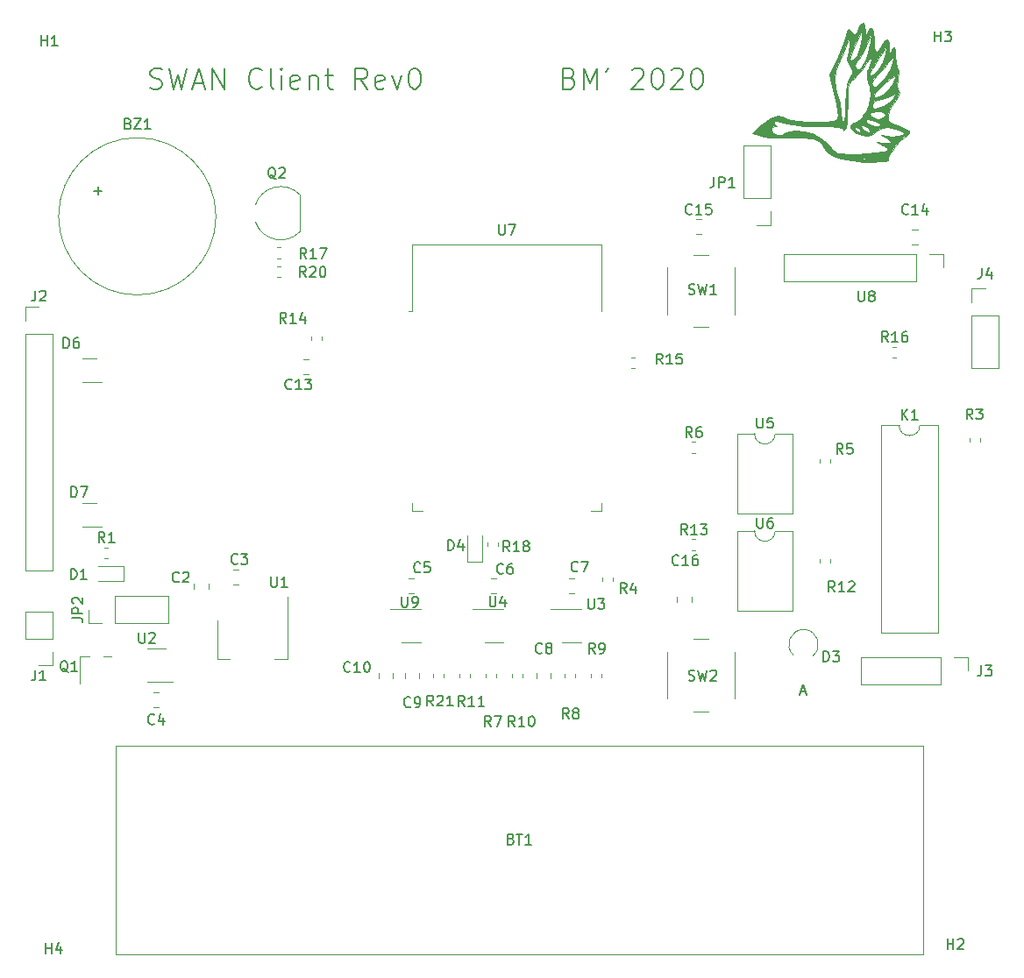
<source format=gbr>
G04 #@! TF.GenerationSoftware,KiCad,Pcbnew,(5.1.2)-1*
G04 #@! TF.CreationDate,2020-11-05T23:01:01+01:00*
G04 #@! TF.ProjectId,szakdolgozat,737a616b-646f-46c6-976f-7a61742e6b69,rev?*
G04 #@! TF.SameCoordinates,Original*
G04 #@! TF.FileFunction,Legend,Top*
G04 #@! TF.FilePolarity,Positive*
%FSLAX46Y46*%
G04 Gerber Fmt 4.6, Leading zero omitted, Abs format (unit mm)*
G04 Created by KiCad (PCBNEW (5.1.2)-1) date 2020-11-05 23:01:01*
%MOMM*%
%LPD*%
G04 APERTURE LIST*
%ADD10C,0.150000*%
%ADD11C,0.010000*%
%ADD12C,0.120000*%
G04 APERTURE END LIST*
D10*
X141841580Y-33372323D02*
X142127295Y-33467561D01*
X142603485Y-33467561D01*
X142793961Y-33372323D01*
X142889200Y-33277085D01*
X142984438Y-33086609D01*
X142984438Y-32896133D01*
X142889200Y-32705657D01*
X142793961Y-32610419D01*
X142603485Y-32515180D01*
X142222533Y-32419942D01*
X142032057Y-32324704D01*
X141936819Y-32229466D01*
X141841580Y-32038990D01*
X141841580Y-31848514D01*
X141936819Y-31658038D01*
X142032057Y-31562800D01*
X142222533Y-31467561D01*
X142698723Y-31467561D01*
X142984438Y-31562800D01*
X143651104Y-31467561D02*
X144127295Y-33467561D01*
X144508247Y-32038990D01*
X144889200Y-33467561D01*
X145365390Y-31467561D01*
X146032057Y-32896133D02*
X146984438Y-32896133D01*
X145841580Y-33467561D02*
X146508247Y-31467561D01*
X147174914Y-33467561D01*
X147841580Y-33467561D02*
X147841580Y-31467561D01*
X148984438Y-33467561D01*
X148984438Y-31467561D01*
X152603485Y-33277085D02*
X152508247Y-33372323D01*
X152222533Y-33467561D01*
X152032057Y-33467561D01*
X151746342Y-33372323D01*
X151555866Y-33181847D01*
X151460628Y-32991371D01*
X151365390Y-32610419D01*
X151365390Y-32324704D01*
X151460628Y-31943752D01*
X151555866Y-31753276D01*
X151746342Y-31562800D01*
X152032057Y-31467561D01*
X152222533Y-31467561D01*
X152508247Y-31562800D01*
X152603485Y-31658038D01*
X153746342Y-33467561D02*
X153555866Y-33372323D01*
X153460628Y-33181847D01*
X153460628Y-31467561D01*
X154508247Y-33467561D02*
X154508247Y-32134228D01*
X154508247Y-31467561D02*
X154413009Y-31562800D01*
X154508247Y-31658038D01*
X154603485Y-31562800D01*
X154508247Y-31467561D01*
X154508247Y-31658038D01*
X156222533Y-33372323D02*
X156032057Y-33467561D01*
X155651104Y-33467561D01*
X155460628Y-33372323D01*
X155365390Y-33181847D01*
X155365390Y-32419942D01*
X155460628Y-32229466D01*
X155651104Y-32134228D01*
X156032057Y-32134228D01*
X156222533Y-32229466D01*
X156317771Y-32419942D01*
X156317771Y-32610419D01*
X155365390Y-32800895D01*
X157174914Y-32134228D02*
X157174914Y-33467561D01*
X157174914Y-32324704D02*
X157270152Y-32229466D01*
X157460628Y-32134228D01*
X157746342Y-32134228D01*
X157936819Y-32229466D01*
X158032057Y-32419942D01*
X158032057Y-33467561D01*
X158698723Y-32134228D02*
X159460628Y-32134228D01*
X158984438Y-31467561D02*
X158984438Y-33181847D01*
X159079676Y-33372323D01*
X159270152Y-33467561D01*
X159460628Y-33467561D01*
X162793961Y-33467561D02*
X162127295Y-32515180D01*
X161651104Y-33467561D02*
X161651104Y-31467561D01*
X162413009Y-31467561D01*
X162603485Y-31562800D01*
X162698723Y-31658038D01*
X162793961Y-31848514D01*
X162793961Y-32134228D01*
X162698723Y-32324704D01*
X162603485Y-32419942D01*
X162413009Y-32515180D01*
X161651104Y-32515180D01*
X164413009Y-33372323D02*
X164222533Y-33467561D01*
X163841580Y-33467561D01*
X163651104Y-33372323D01*
X163555866Y-33181847D01*
X163555866Y-32419942D01*
X163651104Y-32229466D01*
X163841580Y-32134228D01*
X164222533Y-32134228D01*
X164413009Y-32229466D01*
X164508247Y-32419942D01*
X164508247Y-32610419D01*
X163555866Y-32800895D01*
X165174914Y-32134228D02*
X165651104Y-33467561D01*
X166127295Y-32134228D01*
X167270152Y-31467561D02*
X167460628Y-31467561D01*
X167651104Y-31562800D01*
X167746342Y-31658038D01*
X167841580Y-31848514D01*
X167936819Y-32229466D01*
X167936819Y-32705657D01*
X167841580Y-33086609D01*
X167746342Y-33277085D01*
X167651104Y-33372323D01*
X167460628Y-33467561D01*
X167270152Y-33467561D01*
X167079676Y-33372323D01*
X166984438Y-33277085D01*
X166889200Y-33086609D01*
X166793961Y-32705657D01*
X166793961Y-32229466D01*
X166889200Y-31848514D01*
X166984438Y-31658038D01*
X167079676Y-31562800D01*
X167270152Y-31467561D01*
X182344180Y-32419942D02*
X182629895Y-32515180D01*
X182725133Y-32610419D01*
X182820371Y-32800895D01*
X182820371Y-33086609D01*
X182725133Y-33277085D01*
X182629895Y-33372323D01*
X182439419Y-33467561D01*
X181677514Y-33467561D01*
X181677514Y-31467561D01*
X182344180Y-31467561D01*
X182534657Y-31562800D01*
X182629895Y-31658038D01*
X182725133Y-31848514D01*
X182725133Y-32038990D01*
X182629895Y-32229466D01*
X182534657Y-32324704D01*
X182344180Y-32419942D01*
X181677514Y-32419942D01*
X183677514Y-33467561D02*
X183677514Y-31467561D01*
X184344180Y-32896133D01*
X185010847Y-31467561D01*
X185010847Y-33467561D01*
X186058466Y-31467561D02*
X185867990Y-31848514D01*
X188344180Y-31658038D02*
X188439419Y-31562800D01*
X188629895Y-31467561D01*
X189106085Y-31467561D01*
X189296561Y-31562800D01*
X189391800Y-31658038D01*
X189487038Y-31848514D01*
X189487038Y-32038990D01*
X189391800Y-32324704D01*
X188248942Y-33467561D01*
X189487038Y-33467561D01*
X190725133Y-31467561D02*
X190915609Y-31467561D01*
X191106085Y-31562800D01*
X191201323Y-31658038D01*
X191296561Y-31848514D01*
X191391800Y-32229466D01*
X191391800Y-32705657D01*
X191296561Y-33086609D01*
X191201323Y-33277085D01*
X191106085Y-33372323D01*
X190915609Y-33467561D01*
X190725133Y-33467561D01*
X190534657Y-33372323D01*
X190439419Y-33277085D01*
X190344180Y-33086609D01*
X190248942Y-32705657D01*
X190248942Y-32229466D01*
X190344180Y-31848514D01*
X190439419Y-31658038D01*
X190534657Y-31562800D01*
X190725133Y-31467561D01*
X192153704Y-31658038D02*
X192248942Y-31562800D01*
X192439419Y-31467561D01*
X192915609Y-31467561D01*
X193106085Y-31562800D01*
X193201323Y-31658038D01*
X193296561Y-31848514D01*
X193296561Y-32038990D01*
X193201323Y-32324704D01*
X192058466Y-33467561D01*
X193296561Y-33467561D01*
X194534657Y-31467561D02*
X194725133Y-31467561D01*
X194915609Y-31562800D01*
X195010847Y-31658038D01*
X195106085Y-31848514D01*
X195201323Y-32229466D01*
X195201323Y-32705657D01*
X195106085Y-33086609D01*
X195010847Y-33277085D01*
X194915609Y-33372323D01*
X194725133Y-33467561D01*
X194534657Y-33467561D01*
X194344180Y-33372323D01*
X194248942Y-33277085D01*
X194153704Y-33086609D01*
X194058466Y-32705657D01*
X194058466Y-32229466D01*
X194153704Y-31848514D01*
X194248942Y-31658038D01*
X194344180Y-31562800D01*
X194534657Y-31467561D01*
D11*
G36*
X210833803Y-27443022D02*
G01*
X210870577Y-27844542D01*
X210887288Y-28519967D01*
X211107866Y-27913933D01*
X211313653Y-27548900D01*
X211498187Y-27571159D01*
X211635368Y-27944698D01*
X211699092Y-28633503D01*
X211700533Y-28731633D01*
X211754373Y-29494540D01*
X211898864Y-29850444D01*
X212130641Y-29796445D01*
X212430154Y-29359968D01*
X212779697Y-28809785D01*
X213020067Y-28667488D01*
X213157004Y-28933524D01*
X213195617Y-29419550D01*
X213212835Y-29916800D01*
X213267143Y-30031279D01*
X213398123Y-29803543D01*
X213453855Y-29684133D01*
X213599677Y-29406770D01*
X213683960Y-29416501D01*
X213737586Y-29764253D01*
X213771478Y-30207925D01*
X213849205Y-30864982D01*
X213965046Y-31352320D01*
X214030416Y-31485167D01*
X214109692Y-31835078D01*
X214054007Y-32420447D01*
X214028439Y-32543529D01*
X213944338Y-33175311D01*
X214035291Y-33497001D01*
X214047598Y-33505710D01*
X214154302Y-33792335D01*
X214004836Y-34271472D01*
X213636074Y-34830119D01*
X213602413Y-34869967D01*
X213296663Y-35392397D01*
X213115047Y-35956378D01*
X213069065Y-36359908D01*
X213183547Y-36612068D01*
X213548364Y-36819451D01*
X213986209Y-36989628D01*
X214740611Y-37293929D01*
X215119092Y-37529818D01*
X215152837Y-37744965D01*
X214873032Y-37987045D01*
X214704779Y-38088115D01*
X214169168Y-38501037D01*
X213782176Y-38978358D01*
X213772389Y-38996880D01*
X213482222Y-39448846D01*
X213244253Y-39690981D01*
X213081785Y-40001581D01*
X213107804Y-40167231D01*
X213095414Y-40363395D01*
X212809055Y-40457560D01*
X212269657Y-40479133D01*
X211623786Y-40496913D01*
X211136040Y-40541600D01*
X211029928Y-40563500D01*
X210623290Y-40567327D01*
X210218867Y-40478766D01*
X209601190Y-40345102D01*
X209034303Y-40288565D01*
X208631410Y-40216861D01*
X210522337Y-40216861D01*
X210730394Y-40250756D01*
X211004929Y-40211840D01*
X211008207Y-40139585D01*
X210724914Y-40089056D01*
X210602512Y-40122874D01*
X210522337Y-40216861D01*
X208631410Y-40216861D01*
X208274719Y-40153380D01*
X207573432Y-39845023D01*
X207072836Y-39437702D01*
X206933081Y-39193529D01*
X206548810Y-38617004D01*
X205827386Y-38268285D01*
X204756884Y-38142318D01*
X204457258Y-38144394D01*
X203200048Y-38172510D01*
X202287586Y-38179748D01*
X201641625Y-38162199D01*
X201183920Y-38115950D01*
X200836225Y-38037090D01*
X200593130Y-37951248D01*
X199963227Y-37701582D01*
X200210201Y-37480271D01*
X201796743Y-37480271D01*
X202007377Y-37758379D01*
X202360858Y-37904137D01*
X202843240Y-37871051D01*
X203088946Y-37745387D01*
X203504249Y-37573147D01*
X204180934Y-37527011D01*
X204978758Y-37599258D01*
X205757477Y-37782169D01*
X206091367Y-37910665D01*
X206735448Y-38295681D01*
X207271180Y-38767036D01*
X207361367Y-38878274D01*
X207782722Y-39342930D01*
X208205025Y-39647530D01*
X208208033Y-39648879D01*
X208589183Y-39716085D01*
X209257234Y-39742734D01*
X210100273Y-39734152D01*
X211006387Y-39695668D01*
X211863661Y-39632609D01*
X212560182Y-39550303D01*
X212984035Y-39454077D01*
X213046793Y-39418534D01*
X213011700Y-39213220D01*
X212685992Y-38936376D01*
X212623459Y-38898888D01*
X212018033Y-38550661D01*
X212705950Y-38662939D01*
X213227457Y-38685000D01*
X213373090Y-38549393D01*
X213124656Y-38297835D01*
X212917617Y-38177616D01*
X212441367Y-37928075D01*
X212949088Y-38027851D01*
X213470638Y-38062117D01*
X214034240Y-38006408D01*
X214483946Y-37887402D01*
X214663867Y-37734512D01*
X214481220Y-37587098D01*
X214021936Y-37395829D01*
X213793128Y-37321929D01*
X213091694Y-37172498D01*
X212539444Y-37232048D01*
X212311462Y-37314104D01*
X211885499Y-37536678D01*
X211700756Y-37724641D01*
X211700533Y-37729122D01*
X211523389Y-37923137D01*
X211090535Y-37993529D01*
X210549839Y-37944493D01*
X210049167Y-37780219D01*
X209886147Y-37677678D01*
X209465510Y-37264195D01*
X209458412Y-37171003D01*
X209858108Y-37171003D01*
X209869709Y-37392461D01*
X210007200Y-37515800D01*
X210319084Y-37630029D01*
X210410292Y-37606596D01*
X210371650Y-37398750D01*
X210261200Y-37261800D01*
X209970557Y-37126193D01*
X209858108Y-37171003D01*
X209458412Y-37171003D01*
X209442552Y-36962782D01*
X210489662Y-36962782D01*
X210508670Y-37192322D01*
X210735905Y-37427273D01*
X211178325Y-37688085D01*
X211384883Y-37693829D01*
X211300288Y-37468251D01*
X211118450Y-37262976D01*
X210750518Y-36987250D01*
X210496616Y-36956570D01*
X210489662Y-36962782D01*
X209442552Y-36962782D01*
X209442243Y-36958729D01*
X209822638Y-36707225D01*
X210007200Y-36637416D01*
X210292024Y-36483981D01*
X210864954Y-36483981D01*
X211048829Y-36777529D01*
X211107867Y-36838466D01*
X211446044Y-37017640D01*
X211881478Y-37088574D01*
X212233975Y-37039844D01*
X212335533Y-36916314D01*
X212154473Y-36745674D01*
X211707646Y-36549515D01*
X211594700Y-36512792D01*
X211048466Y-36394696D01*
X210864954Y-36483981D01*
X210292024Y-36483981D01*
X210448521Y-36399676D01*
X210641840Y-36129406D01*
X210642200Y-36119260D01*
X210740664Y-35872452D01*
X211292043Y-35872452D01*
X211518557Y-36146561D01*
X211647617Y-36228846D01*
X211990943Y-36412520D01*
X212229538Y-36405053D01*
X212567044Y-36235180D01*
X212861651Y-35974920D01*
X212772350Y-35758233D01*
X212338565Y-35628958D01*
X212005541Y-35610800D01*
X211461187Y-35682097D01*
X211292043Y-35872452D01*
X210740664Y-35872452D01*
X210749248Y-35850937D01*
X210828738Y-35822467D01*
X210987873Y-35637247D01*
X211171964Y-35169928D01*
X211218789Y-35003575D01*
X211533458Y-35003575D01*
X211594700Y-35187467D01*
X211723511Y-35349130D01*
X211913476Y-35371564D01*
X212292095Y-35244074D01*
X212642794Y-35099552D01*
X213192571Y-34778281D01*
X213574426Y-34395508D01*
X213595943Y-34358719D01*
X213748328Y-34031012D01*
X213680491Y-33945224D01*
X213332604Y-34087708D01*
X213047645Y-34233662D01*
X212508827Y-34459163D01*
X212083442Y-34551162D01*
X211677148Y-34688179D01*
X211533458Y-35003575D01*
X211218789Y-35003575D01*
X211244275Y-34913035D01*
X211364085Y-34109293D01*
X211360544Y-34076217D01*
X211700637Y-34076217D01*
X211744290Y-34289471D01*
X211938396Y-34302829D01*
X212377305Y-34110045D01*
X212554128Y-34019717D01*
X213074260Y-33608136D01*
X213526485Y-33018836D01*
X213790885Y-32422410D01*
X213817200Y-32222901D01*
X213674106Y-32229030D01*
X213298555Y-32468540D01*
X212771143Y-32889839D01*
X212758970Y-32900306D01*
X212216999Y-33404612D01*
X211835359Y-33831472D01*
X211700637Y-34076217D01*
X211360544Y-34076217D01*
X211276122Y-33287649D01*
X211192430Y-32938983D01*
X211182677Y-32895766D01*
X211501248Y-32895766D01*
X211629978Y-33141355D01*
X211753207Y-33250880D01*
X211888219Y-33226025D01*
X212159037Y-33012689D01*
X212398289Y-32806217D01*
X212826553Y-32305557D01*
X213231030Y-31626962D01*
X213519726Y-30945481D01*
X213605533Y-30509053D01*
X213496397Y-30492138D01*
X213224878Y-30755526D01*
X213129696Y-30872671D01*
X212631964Y-31462240D01*
X212087257Y-32042510D01*
X212071363Y-32058249D01*
X211629093Y-32555126D01*
X211501248Y-32895766D01*
X211182677Y-32895766D01*
X211039777Y-32262574D01*
X211034612Y-31998344D01*
X211277200Y-31998344D01*
X211383198Y-32217736D01*
X211668215Y-32105492D01*
X212082788Y-31686351D01*
X212201102Y-31536217D01*
X212591586Y-30846443D01*
X212849613Y-30078641D01*
X212863987Y-30001633D01*
X213004758Y-29154967D01*
X212655964Y-29788581D01*
X212280367Y-30400951D01*
X211832828Y-31043568D01*
X211792184Y-31097375D01*
X211463565Y-31580499D01*
X211286897Y-31942041D01*
X211277200Y-31998344D01*
X211034612Y-31998344D01*
X211031506Y-31839464D01*
X211168392Y-31524721D01*
X211200228Y-31479625D01*
X211436120Y-30981550D01*
X211488867Y-30672473D01*
X211440546Y-30482306D01*
X211266442Y-30612788D01*
X210999602Y-30977512D01*
X210514720Y-31610729D01*
X209943421Y-32256474D01*
X209835436Y-32366601D01*
X209519510Y-32698709D01*
X209321527Y-33002653D01*
X209213728Y-33386730D01*
X209168358Y-33959236D01*
X209157658Y-34828469D01*
X209157292Y-35012434D01*
X209134752Y-35914741D01*
X209077097Y-36676385D01*
X208994668Y-37183652D01*
X208948867Y-37304133D01*
X208777714Y-37476352D01*
X208740441Y-37357050D01*
X208614460Y-37231859D01*
X208207985Y-37149732D01*
X207472762Y-37105128D01*
X206435479Y-37092467D01*
X204964699Y-37049847D01*
X203838897Y-36924665D01*
X203237940Y-36776404D01*
X202656825Y-36619603D01*
X202220764Y-36584375D01*
X202011810Y-36660575D01*
X202112015Y-36838058D01*
X202205852Y-36904017D01*
X202350490Y-37048967D01*
X202107096Y-37089225D01*
X201815787Y-37211634D01*
X201796743Y-37480271D01*
X200210201Y-37480271D01*
X200893630Y-36867858D01*
X201722760Y-36263648D01*
X202447548Y-36048890D01*
X203108237Y-36215159D01*
X203327239Y-36358365D01*
X203723406Y-36496261D01*
X204419366Y-36597117D01*
X205292961Y-36658098D01*
X206222037Y-36676369D01*
X207084436Y-36649096D01*
X207758002Y-36573442D01*
X208090923Y-36468915D01*
X208219167Y-36327161D01*
X208260948Y-36063857D01*
X208209792Y-35600575D01*
X208059227Y-34858892D01*
X207901706Y-34176461D01*
X207506798Y-32503604D01*
X207914680Y-32503604D01*
X208048094Y-33413988D01*
X208210324Y-34004024D01*
X208401638Y-34802664D01*
X208513527Y-35594655D01*
X208525533Y-35856107D01*
X208574289Y-36373727D01*
X208695524Y-36653200D01*
X208737200Y-36669133D01*
X208841479Y-36470920D01*
X208917607Y-35929317D01*
X208955537Y-35123882D01*
X208957739Y-34922883D01*
X209001068Y-33825407D01*
X209130183Y-33032625D01*
X209359630Y-32438362D01*
X209600527Y-31943617D01*
X209634648Y-31626382D01*
X209462899Y-31295277D01*
X209365702Y-31156674D01*
X209362351Y-31149529D01*
X209895029Y-31149529D01*
X209951598Y-31458067D01*
X210216308Y-31550290D01*
X210277157Y-31534425D01*
X210516750Y-31310201D01*
X210817396Y-30852794D01*
X210883697Y-30729502D01*
X211154224Y-30035449D01*
X211353199Y-29229571D01*
X211380720Y-29049133D01*
X211502365Y-28096633D01*
X210958606Y-29252800D01*
X210607788Y-29943630D01*
X210271029Y-30517446D01*
X210084455Y-30774045D01*
X209895029Y-31149529D01*
X209362351Y-31149529D01*
X209111609Y-30614947D01*
X209126962Y-30537073D01*
X209372200Y-30537073D01*
X209483821Y-30738857D01*
X209753446Y-30642508D01*
X210083217Y-30287156D01*
X210114955Y-30240072D01*
X210323940Y-29738811D01*
X210490468Y-29019937D01*
X210545027Y-28599655D01*
X210578003Y-28037914D01*
X210559553Y-27754622D01*
X210511221Y-27779133D01*
X210353319Y-28140307D01*
X210088818Y-28735379D01*
X209874362Y-29214156D01*
X209601232Y-29855248D01*
X209418851Y-30347051D01*
X209372200Y-30537073D01*
X209126962Y-30537073D01*
X209172236Y-30307445D01*
X209301824Y-29894302D01*
X209354398Y-29305225D01*
X209354044Y-29260800D01*
X209342371Y-28519967D01*
X209065179Y-29272373D01*
X208784590Y-29955719D01*
X208431506Y-30719572D01*
X208339260Y-30904357D01*
X208009590Y-31718631D01*
X207914680Y-32503604D01*
X207506798Y-32503604D01*
X207406265Y-32077742D01*
X208154157Y-30510521D01*
X208531974Y-29668983D01*
X208847295Y-28876518D01*
X209040618Y-28284433D01*
X209057104Y-28214432D01*
X209177203Y-27755927D01*
X209300301Y-27659103D01*
X209474264Y-27844016D01*
X209774685Y-28154075D01*
X210004086Y-28092720D01*
X210225746Y-27637426D01*
X210250496Y-27567718D01*
X210480298Y-27130362D01*
X210689753Y-27095502D01*
X210833803Y-27443022D01*
X210833803Y-27443022D01*
G37*
X210833803Y-27443022D02*
X210870577Y-27844542D01*
X210887288Y-28519967D01*
X211107866Y-27913933D01*
X211313653Y-27548900D01*
X211498187Y-27571159D01*
X211635368Y-27944698D01*
X211699092Y-28633503D01*
X211700533Y-28731633D01*
X211754373Y-29494540D01*
X211898864Y-29850444D01*
X212130641Y-29796445D01*
X212430154Y-29359968D01*
X212779697Y-28809785D01*
X213020067Y-28667488D01*
X213157004Y-28933524D01*
X213195617Y-29419550D01*
X213212835Y-29916800D01*
X213267143Y-30031279D01*
X213398123Y-29803543D01*
X213453855Y-29684133D01*
X213599677Y-29406770D01*
X213683960Y-29416501D01*
X213737586Y-29764253D01*
X213771478Y-30207925D01*
X213849205Y-30864982D01*
X213965046Y-31352320D01*
X214030416Y-31485167D01*
X214109692Y-31835078D01*
X214054007Y-32420447D01*
X214028439Y-32543529D01*
X213944338Y-33175311D01*
X214035291Y-33497001D01*
X214047598Y-33505710D01*
X214154302Y-33792335D01*
X214004836Y-34271472D01*
X213636074Y-34830119D01*
X213602413Y-34869967D01*
X213296663Y-35392397D01*
X213115047Y-35956378D01*
X213069065Y-36359908D01*
X213183547Y-36612068D01*
X213548364Y-36819451D01*
X213986209Y-36989628D01*
X214740611Y-37293929D01*
X215119092Y-37529818D01*
X215152837Y-37744965D01*
X214873032Y-37987045D01*
X214704779Y-38088115D01*
X214169168Y-38501037D01*
X213782176Y-38978358D01*
X213772389Y-38996880D01*
X213482222Y-39448846D01*
X213244253Y-39690981D01*
X213081785Y-40001581D01*
X213107804Y-40167231D01*
X213095414Y-40363395D01*
X212809055Y-40457560D01*
X212269657Y-40479133D01*
X211623786Y-40496913D01*
X211136040Y-40541600D01*
X211029928Y-40563500D01*
X210623290Y-40567327D01*
X210218867Y-40478766D01*
X209601190Y-40345102D01*
X209034303Y-40288565D01*
X208631410Y-40216861D01*
X210522337Y-40216861D01*
X210730394Y-40250756D01*
X211004929Y-40211840D01*
X211008207Y-40139585D01*
X210724914Y-40089056D01*
X210602512Y-40122874D01*
X210522337Y-40216861D01*
X208631410Y-40216861D01*
X208274719Y-40153380D01*
X207573432Y-39845023D01*
X207072836Y-39437702D01*
X206933081Y-39193529D01*
X206548810Y-38617004D01*
X205827386Y-38268285D01*
X204756884Y-38142318D01*
X204457258Y-38144394D01*
X203200048Y-38172510D01*
X202287586Y-38179748D01*
X201641625Y-38162199D01*
X201183920Y-38115950D01*
X200836225Y-38037090D01*
X200593130Y-37951248D01*
X199963227Y-37701582D01*
X200210201Y-37480271D01*
X201796743Y-37480271D01*
X202007377Y-37758379D01*
X202360858Y-37904137D01*
X202843240Y-37871051D01*
X203088946Y-37745387D01*
X203504249Y-37573147D01*
X204180934Y-37527011D01*
X204978758Y-37599258D01*
X205757477Y-37782169D01*
X206091367Y-37910665D01*
X206735448Y-38295681D01*
X207271180Y-38767036D01*
X207361367Y-38878274D01*
X207782722Y-39342930D01*
X208205025Y-39647530D01*
X208208033Y-39648879D01*
X208589183Y-39716085D01*
X209257234Y-39742734D01*
X210100273Y-39734152D01*
X211006387Y-39695668D01*
X211863661Y-39632609D01*
X212560182Y-39550303D01*
X212984035Y-39454077D01*
X213046793Y-39418534D01*
X213011700Y-39213220D01*
X212685992Y-38936376D01*
X212623459Y-38898888D01*
X212018033Y-38550661D01*
X212705950Y-38662939D01*
X213227457Y-38685000D01*
X213373090Y-38549393D01*
X213124656Y-38297835D01*
X212917617Y-38177616D01*
X212441367Y-37928075D01*
X212949088Y-38027851D01*
X213470638Y-38062117D01*
X214034240Y-38006408D01*
X214483946Y-37887402D01*
X214663867Y-37734512D01*
X214481220Y-37587098D01*
X214021936Y-37395829D01*
X213793128Y-37321929D01*
X213091694Y-37172498D01*
X212539444Y-37232048D01*
X212311462Y-37314104D01*
X211885499Y-37536678D01*
X211700756Y-37724641D01*
X211700533Y-37729122D01*
X211523389Y-37923137D01*
X211090535Y-37993529D01*
X210549839Y-37944493D01*
X210049167Y-37780219D01*
X209886147Y-37677678D01*
X209465510Y-37264195D01*
X209458412Y-37171003D01*
X209858108Y-37171003D01*
X209869709Y-37392461D01*
X210007200Y-37515800D01*
X210319084Y-37630029D01*
X210410292Y-37606596D01*
X210371650Y-37398750D01*
X210261200Y-37261800D01*
X209970557Y-37126193D01*
X209858108Y-37171003D01*
X209458412Y-37171003D01*
X209442552Y-36962782D01*
X210489662Y-36962782D01*
X210508670Y-37192322D01*
X210735905Y-37427273D01*
X211178325Y-37688085D01*
X211384883Y-37693829D01*
X211300288Y-37468251D01*
X211118450Y-37262976D01*
X210750518Y-36987250D01*
X210496616Y-36956570D01*
X210489662Y-36962782D01*
X209442552Y-36962782D01*
X209442243Y-36958729D01*
X209822638Y-36707225D01*
X210007200Y-36637416D01*
X210292024Y-36483981D01*
X210864954Y-36483981D01*
X211048829Y-36777529D01*
X211107867Y-36838466D01*
X211446044Y-37017640D01*
X211881478Y-37088574D01*
X212233975Y-37039844D01*
X212335533Y-36916314D01*
X212154473Y-36745674D01*
X211707646Y-36549515D01*
X211594700Y-36512792D01*
X211048466Y-36394696D01*
X210864954Y-36483981D01*
X210292024Y-36483981D01*
X210448521Y-36399676D01*
X210641840Y-36129406D01*
X210642200Y-36119260D01*
X210740664Y-35872452D01*
X211292043Y-35872452D01*
X211518557Y-36146561D01*
X211647617Y-36228846D01*
X211990943Y-36412520D01*
X212229538Y-36405053D01*
X212567044Y-36235180D01*
X212861651Y-35974920D01*
X212772350Y-35758233D01*
X212338565Y-35628958D01*
X212005541Y-35610800D01*
X211461187Y-35682097D01*
X211292043Y-35872452D01*
X210740664Y-35872452D01*
X210749248Y-35850937D01*
X210828738Y-35822467D01*
X210987873Y-35637247D01*
X211171964Y-35169928D01*
X211218789Y-35003575D01*
X211533458Y-35003575D01*
X211594700Y-35187467D01*
X211723511Y-35349130D01*
X211913476Y-35371564D01*
X212292095Y-35244074D01*
X212642794Y-35099552D01*
X213192571Y-34778281D01*
X213574426Y-34395508D01*
X213595943Y-34358719D01*
X213748328Y-34031012D01*
X213680491Y-33945224D01*
X213332604Y-34087708D01*
X213047645Y-34233662D01*
X212508827Y-34459163D01*
X212083442Y-34551162D01*
X211677148Y-34688179D01*
X211533458Y-35003575D01*
X211218789Y-35003575D01*
X211244275Y-34913035D01*
X211364085Y-34109293D01*
X211360544Y-34076217D01*
X211700637Y-34076217D01*
X211744290Y-34289471D01*
X211938396Y-34302829D01*
X212377305Y-34110045D01*
X212554128Y-34019717D01*
X213074260Y-33608136D01*
X213526485Y-33018836D01*
X213790885Y-32422410D01*
X213817200Y-32222901D01*
X213674106Y-32229030D01*
X213298555Y-32468540D01*
X212771143Y-32889839D01*
X212758970Y-32900306D01*
X212216999Y-33404612D01*
X211835359Y-33831472D01*
X211700637Y-34076217D01*
X211360544Y-34076217D01*
X211276122Y-33287649D01*
X211192430Y-32938983D01*
X211182677Y-32895766D01*
X211501248Y-32895766D01*
X211629978Y-33141355D01*
X211753207Y-33250880D01*
X211888219Y-33226025D01*
X212159037Y-33012689D01*
X212398289Y-32806217D01*
X212826553Y-32305557D01*
X213231030Y-31626962D01*
X213519726Y-30945481D01*
X213605533Y-30509053D01*
X213496397Y-30492138D01*
X213224878Y-30755526D01*
X213129696Y-30872671D01*
X212631964Y-31462240D01*
X212087257Y-32042510D01*
X212071363Y-32058249D01*
X211629093Y-32555126D01*
X211501248Y-32895766D01*
X211182677Y-32895766D01*
X211039777Y-32262574D01*
X211034612Y-31998344D01*
X211277200Y-31998344D01*
X211383198Y-32217736D01*
X211668215Y-32105492D01*
X212082788Y-31686351D01*
X212201102Y-31536217D01*
X212591586Y-30846443D01*
X212849613Y-30078641D01*
X212863987Y-30001633D01*
X213004758Y-29154967D01*
X212655964Y-29788581D01*
X212280367Y-30400951D01*
X211832828Y-31043568D01*
X211792184Y-31097375D01*
X211463565Y-31580499D01*
X211286897Y-31942041D01*
X211277200Y-31998344D01*
X211034612Y-31998344D01*
X211031506Y-31839464D01*
X211168392Y-31524721D01*
X211200228Y-31479625D01*
X211436120Y-30981550D01*
X211488867Y-30672473D01*
X211440546Y-30482306D01*
X211266442Y-30612788D01*
X210999602Y-30977512D01*
X210514720Y-31610729D01*
X209943421Y-32256474D01*
X209835436Y-32366601D01*
X209519510Y-32698709D01*
X209321527Y-33002653D01*
X209213728Y-33386730D01*
X209168358Y-33959236D01*
X209157658Y-34828469D01*
X209157292Y-35012434D01*
X209134752Y-35914741D01*
X209077097Y-36676385D01*
X208994668Y-37183652D01*
X208948867Y-37304133D01*
X208777714Y-37476352D01*
X208740441Y-37357050D01*
X208614460Y-37231859D01*
X208207985Y-37149732D01*
X207472762Y-37105128D01*
X206435479Y-37092467D01*
X204964699Y-37049847D01*
X203838897Y-36924665D01*
X203237940Y-36776404D01*
X202656825Y-36619603D01*
X202220764Y-36584375D01*
X202011810Y-36660575D01*
X202112015Y-36838058D01*
X202205852Y-36904017D01*
X202350490Y-37048967D01*
X202107096Y-37089225D01*
X201815787Y-37211634D01*
X201796743Y-37480271D01*
X200210201Y-37480271D01*
X200893630Y-36867858D01*
X201722760Y-36263648D01*
X202447548Y-36048890D01*
X203108237Y-36215159D01*
X203327239Y-36358365D01*
X203723406Y-36496261D01*
X204419366Y-36597117D01*
X205292961Y-36658098D01*
X206222037Y-36676369D01*
X207084436Y-36649096D01*
X207758002Y-36573442D01*
X208090923Y-36468915D01*
X208219167Y-36327161D01*
X208260948Y-36063857D01*
X208209792Y-35600575D01*
X208059227Y-34858892D01*
X207901706Y-34176461D01*
X207506798Y-32503604D01*
X207914680Y-32503604D01*
X208048094Y-33413988D01*
X208210324Y-34004024D01*
X208401638Y-34802664D01*
X208513527Y-35594655D01*
X208525533Y-35856107D01*
X208574289Y-36373727D01*
X208695524Y-36653200D01*
X208737200Y-36669133D01*
X208841479Y-36470920D01*
X208917607Y-35929317D01*
X208955537Y-35123882D01*
X208957739Y-34922883D01*
X209001068Y-33825407D01*
X209130183Y-33032625D01*
X209359630Y-32438362D01*
X209600527Y-31943617D01*
X209634648Y-31626382D01*
X209462899Y-31295277D01*
X209365702Y-31156674D01*
X209362351Y-31149529D01*
X209895029Y-31149529D01*
X209951598Y-31458067D01*
X210216308Y-31550290D01*
X210277157Y-31534425D01*
X210516750Y-31310201D01*
X210817396Y-30852794D01*
X210883697Y-30729502D01*
X211154224Y-30035449D01*
X211353199Y-29229571D01*
X211380720Y-29049133D01*
X211502365Y-28096633D01*
X210958606Y-29252800D01*
X210607788Y-29943630D01*
X210271029Y-30517446D01*
X210084455Y-30774045D01*
X209895029Y-31149529D01*
X209362351Y-31149529D01*
X209111609Y-30614947D01*
X209126962Y-30537073D01*
X209372200Y-30537073D01*
X209483821Y-30738857D01*
X209753446Y-30642508D01*
X210083217Y-30287156D01*
X210114955Y-30240072D01*
X210323940Y-29738811D01*
X210490468Y-29019937D01*
X210545027Y-28599655D01*
X210578003Y-28037914D01*
X210559553Y-27754622D01*
X210511221Y-27779133D01*
X210353319Y-28140307D01*
X210088818Y-28735379D01*
X209874362Y-29214156D01*
X209601232Y-29855248D01*
X209418851Y-30347051D01*
X209372200Y-30537073D01*
X209126962Y-30537073D01*
X209172236Y-30307445D01*
X209301824Y-29894302D01*
X209354398Y-29305225D01*
X209354044Y-29260800D01*
X209342371Y-28519967D01*
X209065179Y-29272373D01*
X208784590Y-29955719D01*
X208431506Y-30719572D01*
X208339260Y-30904357D01*
X208009590Y-31718631D01*
X207914680Y-32503604D01*
X207506798Y-32503604D01*
X207406265Y-32077742D01*
X208154157Y-30510521D01*
X208531974Y-29668983D01*
X208847295Y-28876518D01*
X209040618Y-28284433D01*
X209057104Y-28214432D01*
X209177203Y-27755927D01*
X209300301Y-27659103D01*
X209474264Y-27844016D01*
X209774685Y-28154075D01*
X210004086Y-28092720D01*
X210225746Y-27637426D01*
X210250496Y-27567718D01*
X210480298Y-27130362D01*
X210689753Y-27095502D01*
X210833803Y-27443022D01*
D12*
X166396600Y-90380452D02*
X166396600Y-89857948D01*
X167816600Y-90380452D02*
X167816600Y-89857948D01*
X167130600Y-73489000D02*
X167130600Y-74269000D01*
X167130600Y-74269000D02*
X168130600Y-74269000D01*
X185370600Y-73489000D02*
X185370600Y-74269000D01*
X185370600Y-74269000D02*
X184370600Y-74269000D01*
X167130600Y-48524000D02*
X185370600Y-48524000D01*
X185370600Y-48524000D02*
X185370600Y-54944000D01*
X167130600Y-48524000D02*
X167130600Y-54944000D01*
X167130600Y-54944000D02*
X166750600Y-54944000D01*
X201761400Y-46643600D02*
X200431400Y-46643600D01*
X201761400Y-45313600D02*
X201761400Y-46643600D01*
X201761400Y-44043600D02*
X199101400Y-44043600D01*
X199101400Y-44043600D02*
X199101400Y-38903600D01*
X201761400Y-44043600D02*
X201761400Y-38903600D01*
X201761400Y-38903600D02*
X199101400Y-38903600D01*
X147471200Y-81769852D02*
X147471200Y-81247348D01*
X146051200Y-81769852D02*
X146051200Y-81247348D01*
X149852748Y-79909600D02*
X150375252Y-79909600D01*
X149852748Y-81329600D02*
X150375252Y-81329600D01*
X142156548Y-91796800D02*
X142679052Y-91796800D01*
X142156548Y-93216800D02*
X142679052Y-93216800D01*
X175285652Y-80773200D02*
X174763148Y-80773200D01*
X175285652Y-82193200D02*
X174763148Y-82193200D01*
X182785652Y-82193200D02*
X182263148Y-82193200D01*
X182785652Y-80773200D02*
X182263148Y-80773200D01*
X157157052Y-59615000D02*
X156634548Y-59615000D01*
X157157052Y-61035000D02*
X156634548Y-61035000D01*
X215932652Y-47042000D02*
X215410148Y-47042000D01*
X215932652Y-48462000D02*
X215410148Y-48462000D01*
X136791800Y-81024400D02*
X139251800Y-81024400D01*
X139251800Y-81024400D02*
X139251800Y-79554400D01*
X139251800Y-79554400D02*
X136791800Y-79554400D01*
X173912200Y-79104600D02*
X173912200Y-76644600D01*
X172442200Y-79104600D02*
X173912200Y-79104600D01*
X172442200Y-76644600D02*
X172442200Y-79104600D01*
X214153400Y-65961400D02*
X212383400Y-65961400D01*
X212383400Y-65961400D02*
X212383400Y-85981400D01*
X212383400Y-85981400D02*
X217923400Y-85981400D01*
X217923400Y-85981400D02*
X217923400Y-65961400D01*
X217923400Y-65961400D02*
X216153400Y-65961400D01*
X216153400Y-65961400D02*
G75*
G02X214153400Y-65961400I-1000000J0D01*
G01*
X137749866Y-78831799D02*
X137407332Y-78831799D01*
X137749866Y-77811799D02*
X137407332Y-77811799D01*
X220927200Y-67189533D02*
X220927200Y-67532067D01*
X221947200Y-67189533D02*
X221947200Y-67532067D01*
X207535400Y-69196133D02*
X207535400Y-69538667D01*
X206515400Y-69196133D02*
X206515400Y-69538667D01*
X194154133Y-68607400D02*
X194496667Y-68607400D01*
X194154133Y-67587400D02*
X194496667Y-67587400D01*
X207535400Y-78848133D02*
X207535400Y-79190667D01*
X206515400Y-78848133D02*
X206515400Y-79190667D01*
X194154133Y-76985400D02*
X194496667Y-76985400D01*
X194154133Y-78005400D02*
X194496667Y-78005400D01*
X158421800Y-57359733D02*
X158421800Y-57702267D01*
X157401800Y-57359733D02*
X157401800Y-57702267D01*
X188639267Y-60454000D02*
X188296733Y-60454000D01*
X188639267Y-59434000D02*
X188296733Y-59434000D01*
X213544333Y-59387200D02*
X213886867Y-59387200D01*
X213544333Y-58367200D02*
X213886867Y-58367200D01*
X154057533Y-48791400D02*
X154400067Y-48791400D01*
X154057533Y-49811400D02*
X154400067Y-49811400D01*
X175439800Y-77615867D02*
X175439800Y-77273333D01*
X174419800Y-77615867D02*
X174419800Y-77273333D01*
X154400067Y-50620200D02*
X154057533Y-50620200D01*
X154400067Y-51640200D02*
X154057533Y-51640200D01*
X143317800Y-87493200D02*
X141517800Y-87493200D01*
X141517800Y-90713200D02*
X143967800Y-90713200D01*
X203833400Y-66767400D02*
X202183400Y-66767400D01*
X203833400Y-74507400D02*
X203833400Y-66767400D01*
X198533400Y-74507400D02*
X203833400Y-74507400D01*
X198533400Y-66767400D02*
X198533400Y-74507400D01*
X200183400Y-66767400D02*
X198533400Y-66767400D01*
X202183400Y-66767400D02*
G75*
G02X200183400Y-66767400I-1000000J0D01*
G01*
X202183400Y-76165400D02*
G75*
G02X200183400Y-76165400I-1000000J0D01*
G01*
X200183400Y-76165400D02*
X198533400Y-76165400D01*
X198533400Y-76165400D02*
X198533400Y-83905400D01*
X198533400Y-83905400D02*
X203833400Y-83905400D01*
X203833400Y-83905400D02*
X203833400Y-76165400D01*
X203833400Y-76165400D02*
X202183400Y-76165400D01*
X129737600Y-80016400D02*
X132397600Y-80016400D01*
X129737600Y-57096400D02*
X129737600Y-80016400D01*
X132397600Y-57096400D02*
X132397600Y-80016400D01*
X129737600Y-57096400D02*
X132397600Y-57096400D01*
X129737600Y-55826400D02*
X129737600Y-54496400D01*
X129737600Y-54496400D02*
X131067600Y-54496400D01*
X143595400Y-85099200D02*
X143595400Y-82439200D01*
X138455400Y-85099200D02*
X143595400Y-85099200D01*
X138455400Y-82439200D02*
X143595400Y-82439200D01*
X138455400Y-85099200D02*
X138455400Y-82439200D01*
X137185400Y-85099200D02*
X135855400Y-85099200D01*
X135855400Y-85099200D02*
X135855400Y-83769200D01*
X203958334Y-88175850D02*
G75*
G02X205827200Y-88235239I968866J1053850D01*
G01*
X148179000Y-45770800D02*
G75*
G03X148179000Y-45770800I-7600000J0D01*
G01*
X167285652Y-82193200D02*
X166763148Y-82193200D01*
X167285652Y-80773200D02*
X166763148Y-80773200D01*
X180516600Y-90380452D02*
X180516600Y-89857948D01*
X179096600Y-90380452D02*
X179096600Y-89857948D01*
X165276600Y-90380452D02*
X165276600Y-89857948D01*
X163856600Y-90380452D02*
X163856600Y-89857948D01*
X136640800Y-59495200D02*
X135240800Y-59495200D01*
X135240800Y-61815200D02*
X137140800Y-61815200D01*
X135240800Y-75785200D02*
X137140800Y-75785200D01*
X136640800Y-73465200D02*
X135240800Y-73465200D01*
X185468800Y-80982667D02*
X185468800Y-80640133D01*
X186488800Y-80982667D02*
X186488800Y-80640133D01*
X174242000Y-89947933D02*
X174242000Y-90290467D01*
X175262000Y-89947933D02*
X175262000Y-90290467D01*
X182856600Y-89947933D02*
X182856600Y-90290467D01*
X181836600Y-89947933D02*
X181836600Y-90290467D01*
X184376600Y-89947933D02*
X184376600Y-90290467D01*
X185396600Y-89947933D02*
X185396600Y-90290467D01*
X177776600Y-89947933D02*
X177776600Y-90290467D01*
X176756600Y-89947933D02*
X176756600Y-90290467D01*
X171676600Y-89947933D02*
X171676600Y-90290467D01*
X172696600Y-89947933D02*
X172696600Y-90290467D01*
X169136600Y-90290467D02*
X169136600Y-89947933D01*
X170156600Y-90290467D02*
X170156600Y-89947933D01*
X148278800Y-88549400D02*
X149538800Y-88549400D01*
X155098800Y-88549400D02*
X153838800Y-88549400D01*
X148278800Y-84789400D02*
X148278800Y-88549400D01*
X155098800Y-82539400D02*
X155098800Y-88549400D01*
X203038400Y-49393800D02*
X203038400Y-52053800D01*
X215798400Y-49393800D02*
X203038400Y-49393800D01*
X215798400Y-52053800D02*
X203038400Y-52053800D01*
X215798400Y-49393800D02*
X215798400Y-52053800D01*
X217068400Y-49393800D02*
X218398400Y-49393800D01*
X218398400Y-49393800D02*
X218398400Y-50723800D01*
X132397600Y-83956400D02*
X129737600Y-83956400D01*
X132397600Y-86556400D02*
X132397600Y-83956400D01*
X129737600Y-86556400D02*
X129737600Y-83956400D01*
X132397600Y-86556400D02*
X129737600Y-86556400D01*
X132397600Y-87826400D02*
X132397600Y-89156400D01*
X132397600Y-89156400D02*
X131067600Y-89156400D01*
X135026600Y-88329400D02*
X135976600Y-88329400D01*
X135026600Y-90929400D02*
X135026600Y-88329400D01*
X137276600Y-88329400D02*
X138076600Y-88329400D01*
X210506000Y-88332000D02*
X210506000Y-90992000D01*
X218186000Y-88332000D02*
X210506000Y-88332000D01*
X218186000Y-90992000D02*
X210506000Y-90992000D01*
X218186000Y-88332000D02*
X218186000Y-90992000D01*
X219456000Y-88332000D02*
X220786000Y-88332000D01*
X220786000Y-88332000D02*
X220786000Y-89662000D01*
X221123200Y-60461200D02*
X223783200Y-60461200D01*
X221123200Y-55321200D02*
X221123200Y-60461200D01*
X223783200Y-55321200D02*
X223783200Y-60461200D01*
X221123200Y-55321200D02*
X223783200Y-55321200D01*
X221123200Y-54051200D02*
X221123200Y-52721200D01*
X221123200Y-52721200D02*
X222453200Y-52721200D01*
X183424400Y-83734000D02*
X180474400Y-83734000D01*
X181624400Y-86954000D02*
X183424400Y-86954000D01*
X174124400Y-86954000D02*
X175924400Y-86954000D01*
X175924400Y-83734000D02*
X172974400Y-83734000D01*
X166124400Y-86954000D02*
X167924400Y-86954000D01*
X167924400Y-83734000D02*
X164974400Y-83734000D01*
X216461600Y-96950000D02*
X216461600Y-117050000D01*
X138461600Y-96950000D02*
X216461600Y-96950000D01*
X138461600Y-117050000D02*
X138461600Y-96950000D01*
X216461600Y-117050000D02*
X138461600Y-117050000D01*
X156282000Y-47266000D02*
X156282000Y-43666000D01*
X156273741Y-47277875D02*
G75*
G02X151982000Y-46286000I-1841741J1811875D01*
G01*
X156259684Y-43657555D02*
G75*
G03X151982000Y-44686000I-1827684J-1808445D01*
G01*
X194522348Y-47496800D02*
X195044852Y-47496800D01*
X194522348Y-46076800D02*
X195044852Y-46076800D01*
X192711000Y-83065252D02*
X192711000Y-82542748D01*
X194131000Y-83065252D02*
X194131000Y-82542748D01*
X191756400Y-50733200D02*
X191756400Y-55233200D01*
X195756400Y-49483200D02*
X194256400Y-49483200D01*
X198256400Y-55233200D02*
X198256400Y-50733200D01*
X194256400Y-56483200D02*
X195756400Y-56483200D01*
X194256400Y-93592600D02*
X195756400Y-93592600D01*
X198256400Y-92342600D02*
X198256400Y-87842600D01*
X195756400Y-86592600D02*
X194256400Y-86592600D01*
X191756400Y-87842600D02*
X191756400Y-92342600D01*
D10*
X166965333Y-93117942D02*
X166917714Y-93165561D01*
X166774857Y-93213180D01*
X166679619Y-93213180D01*
X166536761Y-93165561D01*
X166441523Y-93070323D01*
X166393904Y-92975085D01*
X166346285Y-92784609D01*
X166346285Y-92641752D01*
X166393904Y-92451276D01*
X166441523Y-92356038D01*
X166536761Y-92260800D01*
X166679619Y-92213180D01*
X166774857Y-92213180D01*
X166917714Y-92260800D01*
X166965333Y-92308419D01*
X167441523Y-93213180D02*
X167632000Y-93213180D01*
X167727238Y-93165561D01*
X167774857Y-93117942D01*
X167870095Y-92975085D01*
X167917714Y-92784609D01*
X167917714Y-92403657D01*
X167870095Y-92308419D01*
X167822476Y-92260800D01*
X167727238Y-92213180D01*
X167536761Y-92213180D01*
X167441523Y-92260800D01*
X167393904Y-92308419D01*
X167346285Y-92403657D01*
X167346285Y-92641752D01*
X167393904Y-92736990D01*
X167441523Y-92784609D01*
X167536761Y-92832228D01*
X167727238Y-92832228D01*
X167822476Y-92784609D01*
X167870095Y-92736990D01*
X167917714Y-92641752D01*
X175514095Y-46543980D02*
X175514095Y-47353504D01*
X175561714Y-47448742D01*
X175609333Y-47496361D01*
X175704571Y-47543980D01*
X175895047Y-47543980D01*
X175990285Y-47496361D01*
X176037904Y-47448742D01*
X176085523Y-47353504D01*
X176085523Y-46543980D01*
X176466476Y-46543980D02*
X177133142Y-46543980D01*
X176704571Y-47543980D01*
X196270666Y-41971980D02*
X196270666Y-42686266D01*
X196223047Y-42829123D01*
X196127809Y-42924361D01*
X195984952Y-42971980D01*
X195889714Y-42971980D01*
X196746857Y-42971980D02*
X196746857Y-41971980D01*
X197127809Y-41971980D01*
X197223047Y-42019600D01*
X197270666Y-42067219D01*
X197318285Y-42162457D01*
X197318285Y-42305314D01*
X197270666Y-42400552D01*
X197223047Y-42448171D01*
X197127809Y-42495790D01*
X196746857Y-42495790D01*
X198270666Y-42971980D02*
X197699238Y-42971980D01*
X197984952Y-42971980D02*
X197984952Y-41971980D01*
X197889714Y-42114838D01*
X197794476Y-42210076D01*
X197699238Y-42257695D01*
X144613333Y-81027542D02*
X144565714Y-81075161D01*
X144422857Y-81122780D01*
X144327619Y-81122780D01*
X144184761Y-81075161D01*
X144089523Y-80979923D01*
X144041904Y-80884685D01*
X143994285Y-80694209D01*
X143994285Y-80551352D01*
X144041904Y-80360876D01*
X144089523Y-80265638D01*
X144184761Y-80170400D01*
X144327619Y-80122780D01*
X144422857Y-80122780D01*
X144565714Y-80170400D01*
X144613333Y-80218019D01*
X144994285Y-80218019D02*
X145041904Y-80170400D01*
X145137142Y-80122780D01*
X145375238Y-80122780D01*
X145470476Y-80170400D01*
X145518095Y-80218019D01*
X145565714Y-80313257D01*
X145565714Y-80408495D01*
X145518095Y-80551352D01*
X144946666Y-81122780D01*
X145565714Y-81122780D01*
X150252133Y-79274942D02*
X150204514Y-79322561D01*
X150061657Y-79370180D01*
X149966419Y-79370180D01*
X149823561Y-79322561D01*
X149728323Y-79227323D01*
X149680704Y-79132085D01*
X149633085Y-78941609D01*
X149633085Y-78798752D01*
X149680704Y-78608276D01*
X149728323Y-78513038D01*
X149823561Y-78417800D01*
X149966419Y-78370180D01*
X150061657Y-78370180D01*
X150204514Y-78417800D01*
X150252133Y-78465419D01*
X150585466Y-78370180D02*
X151204514Y-78370180D01*
X150871180Y-78751133D01*
X151014038Y-78751133D01*
X151109276Y-78798752D01*
X151156895Y-78846371D01*
X151204514Y-78941609D01*
X151204514Y-79179704D01*
X151156895Y-79274942D01*
X151109276Y-79322561D01*
X151014038Y-79370180D01*
X150728323Y-79370180D01*
X150633085Y-79322561D01*
X150585466Y-79274942D01*
X142225733Y-94768942D02*
X142178114Y-94816561D01*
X142035257Y-94864180D01*
X141940019Y-94864180D01*
X141797161Y-94816561D01*
X141701923Y-94721323D01*
X141654304Y-94626085D01*
X141606685Y-94435609D01*
X141606685Y-94292752D01*
X141654304Y-94102276D01*
X141701923Y-94007038D01*
X141797161Y-93911800D01*
X141940019Y-93864180D01*
X142035257Y-93864180D01*
X142178114Y-93911800D01*
X142225733Y-93959419D01*
X143082876Y-94197514D02*
X143082876Y-94864180D01*
X142844780Y-93816561D02*
X142606685Y-94530847D01*
X143225733Y-94530847D01*
X175906133Y-80214742D02*
X175858514Y-80262361D01*
X175715657Y-80309980D01*
X175620419Y-80309980D01*
X175477561Y-80262361D01*
X175382323Y-80167123D01*
X175334704Y-80071885D01*
X175287085Y-79881409D01*
X175287085Y-79738552D01*
X175334704Y-79548076D01*
X175382323Y-79452838D01*
X175477561Y-79357600D01*
X175620419Y-79309980D01*
X175715657Y-79309980D01*
X175858514Y-79357600D01*
X175906133Y-79405219D01*
X176763276Y-79309980D02*
X176572800Y-79309980D01*
X176477561Y-79357600D01*
X176429942Y-79405219D01*
X176334704Y-79548076D01*
X176287085Y-79738552D01*
X176287085Y-80119504D01*
X176334704Y-80214742D01*
X176382323Y-80262361D01*
X176477561Y-80309980D01*
X176668038Y-80309980D01*
X176763276Y-80262361D01*
X176810895Y-80214742D01*
X176858514Y-80119504D01*
X176858514Y-79881409D01*
X176810895Y-79786171D01*
X176763276Y-79738552D01*
X176668038Y-79690933D01*
X176477561Y-79690933D01*
X176382323Y-79738552D01*
X176334704Y-79786171D01*
X176287085Y-79881409D01*
X183119733Y-80011542D02*
X183072114Y-80059161D01*
X182929257Y-80106780D01*
X182834019Y-80106780D01*
X182691161Y-80059161D01*
X182595923Y-79963923D01*
X182548304Y-79868685D01*
X182500685Y-79678209D01*
X182500685Y-79535352D01*
X182548304Y-79344876D01*
X182595923Y-79249638D01*
X182691161Y-79154400D01*
X182834019Y-79106780D01*
X182929257Y-79106780D01*
X183072114Y-79154400D01*
X183119733Y-79202019D01*
X183453066Y-79106780D02*
X184119733Y-79106780D01*
X183691161Y-80106780D01*
X155490942Y-62409342D02*
X155443323Y-62456961D01*
X155300466Y-62504580D01*
X155205228Y-62504580D01*
X155062371Y-62456961D01*
X154967133Y-62361723D01*
X154919514Y-62266485D01*
X154871895Y-62076009D01*
X154871895Y-61933152D01*
X154919514Y-61742676D01*
X154967133Y-61647438D01*
X155062371Y-61552200D01*
X155205228Y-61504580D01*
X155300466Y-61504580D01*
X155443323Y-61552200D01*
X155490942Y-61599819D01*
X156443323Y-62504580D02*
X155871895Y-62504580D01*
X156157609Y-62504580D02*
X156157609Y-61504580D01*
X156062371Y-61647438D01*
X155967133Y-61742676D01*
X155871895Y-61790295D01*
X156776657Y-61504580D02*
X157395704Y-61504580D01*
X157062371Y-61885533D01*
X157205228Y-61885533D01*
X157300466Y-61933152D01*
X157348085Y-61980771D01*
X157395704Y-62076009D01*
X157395704Y-62314104D01*
X157348085Y-62409342D01*
X157300466Y-62456961D01*
X157205228Y-62504580D01*
X156919514Y-62504580D01*
X156824276Y-62456961D01*
X156776657Y-62409342D01*
X215028542Y-45492942D02*
X214980923Y-45540561D01*
X214838066Y-45588180D01*
X214742828Y-45588180D01*
X214599971Y-45540561D01*
X214504733Y-45445323D01*
X214457114Y-45350085D01*
X214409495Y-45159609D01*
X214409495Y-45016752D01*
X214457114Y-44826276D01*
X214504733Y-44731038D01*
X214599971Y-44635800D01*
X214742828Y-44588180D01*
X214838066Y-44588180D01*
X214980923Y-44635800D01*
X215028542Y-44683419D01*
X215980923Y-45588180D02*
X215409495Y-45588180D01*
X215695209Y-45588180D02*
X215695209Y-44588180D01*
X215599971Y-44731038D01*
X215504733Y-44826276D01*
X215409495Y-44873895D01*
X216838066Y-44921514D02*
X216838066Y-45588180D01*
X216599971Y-44540561D02*
X216361876Y-45254847D01*
X216980923Y-45254847D01*
X134161304Y-80817980D02*
X134161304Y-79817980D01*
X134399400Y-79817980D01*
X134542257Y-79865600D01*
X134637495Y-79960838D01*
X134685114Y-80056076D01*
X134732733Y-80246552D01*
X134732733Y-80389409D01*
X134685114Y-80579885D01*
X134637495Y-80675123D01*
X134542257Y-80770361D01*
X134399400Y-80817980D01*
X134161304Y-80817980D01*
X135685114Y-80817980D02*
X135113685Y-80817980D01*
X135399400Y-80817980D02*
X135399400Y-79817980D01*
X135304161Y-79960838D01*
X135208923Y-80056076D01*
X135113685Y-80103695D01*
X170584904Y-78023980D02*
X170584904Y-77023980D01*
X170823000Y-77023980D01*
X170965857Y-77071600D01*
X171061095Y-77166838D01*
X171108714Y-77262076D01*
X171156333Y-77452552D01*
X171156333Y-77595409D01*
X171108714Y-77785885D01*
X171061095Y-77881123D01*
X170965857Y-77976361D01*
X170823000Y-78023980D01*
X170584904Y-78023980D01*
X172013476Y-77357314D02*
X172013476Y-78023980D01*
X171775380Y-76976361D02*
X171537285Y-77690647D01*
X172156333Y-77690647D01*
X214415304Y-65413780D02*
X214415304Y-64413780D01*
X214986733Y-65413780D02*
X214558161Y-64842352D01*
X214986733Y-64413780D02*
X214415304Y-64985209D01*
X215939114Y-65413780D02*
X215367685Y-65413780D01*
X215653400Y-65413780D02*
X215653400Y-64413780D01*
X215558161Y-64556638D01*
X215462923Y-64651876D01*
X215367685Y-64699495D01*
X137425133Y-77261980D02*
X137091800Y-76785790D01*
X136853704Y-77261980D02*
X136853704Y-76261980D01*
X137234657Y-76261980D01*
X137329895Y-76309600D01*
X137377514Y-76357219D01*
X137425133Y-76452457D01*
X137425133Y-76595314D01*
X137377514Y-76690552D01*
X137329895Y-76738171D01*
X137234657Y-76785790D01*
X136853704Y-76785790D01*
X138377514Y-77261980D02*
X137806085Y-77261980D01*
X138091800Y-77261980D02*
X138091800Y-76261980D01*
X137996561Y-76404838D01*
X137901323Y-76500076D01*
X137806085Y-76547695D01*
X221245133Y-65374780D02*
X220911800Y-64898590D01*
X220673704Y-65374780D02*
X220673704Y-64374780D01*
X221054657Y-64374780D01*
X221149895Y-64422400D01*
X221197514Y-64470019D01*
X221245133Y-64565257D01*
X221245133Y-64708114D01*
X221197514Y-64803352D01*
X221149895Y-64850971D01*
X221054657Y-64898590D01*
X220673704Y-64898590D01*
X221578466Y-64374780D02*
X222197514Y-64374780D01*
X221864180Y-64755733D01*
X222007038Y-64755733D01*
X222102276Y-64803352D01*
X222149895Y-64850971D01*
X222197514Y-64946209D01*
X222197514Y-65184304D01*
X222149895Y-65279542D01*
X222102276Y-65327161D01*
X222007038Y-65374780D01*
X221721323Y-65374780D01*
X221626085Y-65327161D01*
X221578466Y-65279542D01*
X208722933Y-68727580D02*
X208389600Y-68251390D01*
X208151504Y-68727580D02*
X208151504Y-67727580D01*
X208532457Y-67727580D01*
X208627695Y-67775200D01*
X208675314Y-67822819D01*
X208722933Y-67918057D01*
X208722933Y-68060914D01*
X208675314Y-68156152D01*
X208627695Y-68203771D01*
X208532457Y-68251390D01*
X208151504Y-68251390D01*
X209627695Y-67727580D02*
X209151504Y-67727580D01*
X209103885Y-68203771D01*
X209151504Y-68156152D01*
X209246742Y-68108533D01*
X209484838Y-68108533D01*
X209580076Y-68156152D01*
X209627695Y-68203771D01*
X209675314Y-68299009D01*
X209675314Y-68537104D01*
X209627695Y-68632342D01*
X209580076Y-68679961D01*
X209484838Y-68727580D01*
X209246742Y-68727580D01*
X209151504Y-68679961D01*
X209103885Y-68632342D01*
X194158733Y-67119780D02*
X193825400Y-66643590D01*
X193587304Y-67119780D02*
X193587304Y-66119780D01*
X193968257Y-66119780D01*
X194063495Y-66167400D01*
X194111114Y-66215019D01*
X194158733Y-66310257D01*
X194158733Y-66453114D01*
X194111114Y-66548352D01*
X194063495Y-66595971D01*
X193968257Y-66643590D01*
X193587304Y-66643590D01*
X195015876Y-66119780D02*
X194825400Y-66119780D01*
X194730161Y-66167400D01*
X194682542Y-66215019D01*
X194587304Y-66357876D01*
X194539685Y-66548352D01*
X194539685Y-66929304D01*
X194587304Y-67024542D01*
X194634923Y-67072161D01*
X194730161Y-67119780D01*
X194920638Y-67119780D01*
X195015876Y-67072161D01*
X195063495Y-67024542D01*
X195111114Y-66929304D01*
X195111114Y-66691209D01*
X195063495Y-66595971D01*
X195015876Y-66548352D01*
X194920638Y-66500733D01*
X194730161Y-66500733D01*
X194634923Y-66548352D01*
X194587304Y-66595971D01*
X194539685Y-66691209D01*
X207941942Y-82037180D02*
X207608609Y-81560990D01*
X207370514Y-82037180D02*
X207370514Y-81037180D01*
X207751466Y-81037180D01*
X207846704Y-81084800D01*
X207894323Y-81132419D01*
X207941942Y-81227657D01*
X207941942Y-81370514D01*
X207894323Y-81465752D01*
X207846704Y-81513371D01*
X207751466Y-81560990D01*
X207370514Y-81560990D01*
X208894323Y-82037180D02*
X208322895Y-82037180D01*
X208608609Y-82037180D02*
X208608609Y-81037180D01*
X208513371Y-81180038D01*
X208418133Y-81275276D01*
X208322895Y-81322895D01*
X209275276Y-81132419D02*
X209322895Y-81084800D01*
X209418133Y-81037180D01*
X209656228Y-81037180D01*
X209751466Y-81084800D01*
X209799085Y-81132419D01*
X209846704Y-81227657D01*
X209846704Y-81322895D01*
X209799085Y-81465752D01*
X209227657Y-82037180D01*
X209846704Y-82037180D01*
X193682542Y-76517780D02*
X193349209Y-76041590D01*
X193111114Y-76517780D02*
X193111114Y-75517780D01*
X193492066Y-75517780D01*
X193587304Y-75565400D01*
X193634923Y-75613019D01*
X193682542Y-75708257D01*
X193682542Y-75851114D01*
X193634923Y-75946352D01*
X193587304Y-75993971D01*
X193492066Y-76041590D01*
X193111114Y-76041590D01*
X194634923Y-76517780D02*
X194063495Y-76517780D01*
X194349209Y-76517780D02*
X194349209Y-75517780D01*
X194253971Y-75660638D01*
X194158733Y-75755876D01*
X194063495Y-75803495D01*
X194968257Y-75517780D02*
X195587304Y-75517780D01*
X195253971Y-75898733D01*
X195396828Y-75898733D01*
X195492066Y-75946352D01*
X195539685Y-75993971D01*
X195587304Y-76089209D01*
X195587304Y-76327304D01*
X195539685Y-76422542D01*
X195492066Y-76470161D01*
X195396828Y-76517780D01*
X195111114Y-76517780D01*
X195015876Y-76470161D01*
X194968257Y-76422542D01*
X154957542Y-56078380D02*
X154624209Y-55602190D01*
X154386114Y-56078380D02*
X154386114Y-55078380D01*
X154767066Y-55078380D01*
X154862304Y-55126000D01*
X154909923Y-55173619D01*
X154957542Y-55268857D01*
X154957542Y-55411714D01*
X154909923Y-55506952D01*
X154862304Y-55554571D01*
X154767066Y-55602190D01*
X154386114Y-55602190D01*
X155909923Y-56078380D02*
X155338495Y-56078380D01*
X155624209Y-56078380D02*
X155624209Y-55078380D01*
X155528971Y-55221238D01*
X155433733Y-55316476D01*
X155338495Y-55364095D01*
X156767066Y-55411714D02*
X156767066Y-56078380D01*
X156528971Y-55030761D02*
X156290876Y-55745047D01*
X156909923Y-55745047D01*
X191304942Y-60040780D02*
X190971609Y-59564590D01*
X190733514Y-60040780D02*
X190733514Y-59040780D01*
X191114466Y-59040780D01*
X191209704Y-59088400D01*
X191257323Y-59136019D01*
X191304942Y-59231257D01*
X191304942Y-59374114D01*
X191257323Y-59469352D01*
X191209704Y-59516971D01*
X191114466Y-59564590D01*
X190733514Y-59564590D01*
X192257323Y-60040780D02*
X191685895Y-60040780D01*
X191971609Y-60040780D02*
X191971609Y-59040780D01*
X191876371Y-59183638D01*
X191781133Y-59278876D01*
X191685895Y-59326495D01*
X193162085Y-59040780D02*
X192685895Y-59040780D01*
X192638276Y-59516971D01*
X192685895Y-59469352D01*
X192781133Y-59421733D01*
X193019228Y-59421733D01*
X193114466Y-59469352D01*
X193162085Y-59516971D01*
X193209704Y-59612209D01*
X193209704Y-59850304D01*
X193162085Y-59945542D01*
X193114466Y-59993161D01*
X193019228Y-60040780D01*
X192781133Y-60040780D01*
X192685895Y-59993161D01*
X192638276Y-59945542D01*
X213072742Y-57899580D02*
X212739409Y-57423390D01*
X212501314Y-57899580D02*
X212501314Y-56899580D01*
X212882266Y-56899580D01*
X212977504Y-56947200D01*
X213025123Y-56994819D01*
X213072742Y-57090057D01*
X213072742Y-57232914D01*
X213025123Y-57328152D01*
X212977504Y-57375771D01*
X212882266Y-57423390D01*
X212501314Y-57423390D01*
X214025123Y-57899580D02*
X213453695Y-57899580D01*
X213739409Y-57899580D02*
X213739409Y-56899580D01*
X213644171Y-57042438D01*
X213548933Y-57137676D01*
X213453695Y-57185295D01*
X214882266Y-56899580D02*
X214691790Y-56899580D01*
X214596552Y-56947200D01*
X214548933Y-56994819D01*
X214453695Y-57137676D01*
X214406076Y-57328152D01*
X214406076Y-57709104D01*
X214453695Y-57804342D01*
X214501314Y-57851961D01*
X214596552Y-57899580D01*
X214787028Y-57899580D01*
X214882266Y-57851961D01*
X214929885Y-57804342D01*
X214977504Y-57709104D01*
X214977504Y-57471009D01*
X214929885Y-57375771D01*
X214882266Y-57328152D01*
X214787028Y-57280533D01*
X214596552Y-57280533D01*
X214501314Y-57328152D01*
X214453695Y-57375771D01*
X214406076Y-57471009D01*
X156913342Y-49829980D02*
X156580009Y-49353790D01*
X156341914Y-49829980D02*
X156341914Y-48829980D01*
X156722866Y-48829980D01*
X156818104Y-48877600D01*
X156865723Y-48925219D01*
X156913342Y-49020457D01*
X156913342Y-49163314D01*
X156865723Y-49258552D01*
X156818104Y-49306171D01*
X156722866Y-49353790D01*
X156341914Y-49353790D01*
X157865723Y-49829980D02*
X157294295Y-49829980D01*
X157580009Y-49829980D02*
X157580009Y-48829980D01*
X157484771Y-48972838D01*
X157389533Y-49068076D01*
X157294295Y-49115695D01*
X158199057Y-48829980D02*
X158865723Y-48829980D01*
X158437152Y-49829980D01*
X176522142Y-78150980D02*
X176188809Y-77674790D01*
X175950714Y-78150980D02*
X175950714Y-77150980D01*
X176331666Y-77150980D01*
X176426904Y-77198600D01*
X176474523Y-77246219D01*
X176522142Y-77341457D01*
X176522142Y-77484314D01*
X176474523Y-77579552D01*
X176426904Y-77627171D01*
X176331666Y-77674790D01*
X175950714Y-77674790D01*
X177474523Y-78150980D02*
X176903095Y-78150980D01*
X177188809Y-78150980D02*
X177188809Y-77150980D01*
X177093571Y-77293838D01*
X176998333Y-77389076D01*
X176903095Y-77436695D01*
X178045952Y-77579552D02*
X177950714Y-77531933D01*
X177903095Y-77484314D01*
X177855476Y-77389076D01*
X177855476Y-77341457D01*
X177903095Y-77246219D01*
X177950714Y-77198600D01*
X178045952Y-77150980D01*
X178236428Y-77150980D01*
X178331666Y-77198600D01*
X178379285Y-77246219D01*
X178426904Y-77341457D01*
X178426904Y-77389076D01*
X178379285Y-77484314D01*
X178331666Y-77531933D01*
X178236428Y-77579552D01*
X178045952Y-77579552D01*
X177950714Y-77627171D01*
X177903095Y-77674790D01*
X177855476Y-77770028D01*
X177855476Y-77960504D01*
X177903095Y-78055742D01*
X177950714Y-78103361D01*
X178045952Y-78150980D01*
X178236428Y-78150980D01*
X178331666Y-78103361D01*
X178379285Y-78055742D01*
X178426904Y-77960504D01*
X178426904Y-77770028D01*
X178379285Y-77674790D01*
X178331666Y-77627171D01*
X178236428Y-77579552D01*
X156862542Y-51633380D02*
X156529209Y-51157190D01*
X156291114Y-51633380D02*
X156291114Y-50633380D01*
X156672066Y-50633380D01*
X156767304Y-50681000D01*
X156814923Y-50728619D01*
X156862542Y-50823857D01*
X156862542Y-50966714D01*
X156814923Y-51061952D01*
X156767304Y-51109571D01*
X156672066Y-51157190D01*
X156291114Y-51157190D01*
X157243495Y-50728619D02*
X157291114Y-50681000D01*
X157386352Y-50633380D01*
X157624447Y-50633380D01*
X157719685Y-50681000D01*
X157767304Y-50728619D01*
X157814923Y-50823857D01*
X157814923Y-50919095D01*
X157767304Y-51061952D01*
X157195876Y-51633380D01*
X157814923Y-51633380D01*
X158433971Y-50633380D02*
X158529209Y-50633380D01*
X158624447Y-50681000D01*
X158672066Y-50728619D01*
X158719685Y-50823857D01*
X158767304Y-51014333D01*
X158767304Y-51252428D01*
X158719685Y-51442904D01*
X158672066Y-51538142D01*
X158624447Y-51585761D01*
X158529209Y-51633380D01*
X158433971Y-51633380D01*
X158338733Y-51585761D01*
X158291114Y-51538142D01*
X158243495Y-51442904D01*
X158195876Y-51252428D01*
X158195876Y-51014333D01*
X158243495Y-50823857D01*
X158291114Y-50728619D01*
X158338733Y-50681000D01*
X158433971Y-50633380D01*
X140741495Y-85990180D02*
X140741495Y-86799704D01*
X140789114Y-86894942D01*
X140836733Y-86942561D01*
X140931971Y-86990180D01*
X141122447Y-86990180D01*
X141217685Y-86942561D01*
X141265304Y-86894942D01*
X141312923Y-86799704D01*
X141312923Y-85990180D01*
X141741495Y-86085419D02*
X141789114Y-86037800D01*
X141884352Y-85990180D01*
X142122447Y-85990180D01*
X142217685Y-86037800D01*
X142265304Y-86085419D01*
X142312923Y-86180657D01*
X142312923Y-86275895D01*
X142265304Y-86418752D01*
X141693876Y-86990180D01*
X142312923Y-86990180D01*
X200421495Y-65219780D02*
X200421495Y-66029304D01*
X200469114Y-66124542D01*
X200516733Y-66172161D01*
X200611971Y-66219780D01*
X200802447Y-66219780D01*
X200897685Y-66172161D01*
X200945304Y-66124542D01*
X200992923Y-66029304D01*
X200992923Y-65219780D01*
X201945304Y-65219780D02*
X201469114Y-65219780D01*
X201421495Y-65695971D01*
X201469114Y-65648352D01*
X201564352Y-65600733D01*
X201802447Y-65600733D01*
X201897685Y-65648352D01*
X201945304Y-65695971D01*
X201992923Y-65791209D01*
X201992923Y-66029304D01*
X201945304Y-66124542D01*
X201897685Y-66172161D01*
X201802447Y-66219780D01*
X201564352Y-66219780D01*
X201469114Y-66172161D01*
X201421495Y-66124542D01*
X200431495Y-74890380D02*
X200431495Y-75699904D01*
X200479114Y-75795142D01*
X200526733Y-75842761D01*
X200621971Y-75890380D01*
X200812447Y-75890380D01*
X200907685Y-75842761D01*
X200955304Y-75795142D01*
X201002923Y-75699904D01*
X201002923Y-74890380D01*
X201907685Y-74890380D02*
X201717209Y-74890380D01*
X201621971Y-74938000D01*
X201574352Y-74985619D01*
X201479114Y-75128476D01*
X201431495Y-75318952D01*
X201431495Y-75699904D01*
X201479114Y-75795142D01*
X201526733Y-75842761D01*
X201621971Y-75890380D01*
X201812447Y-75890380D01*
X201907685Y-75842761D01*
X201955304Y-75795142D01*
X202002923Y-75699904D01*
X202002923Y-75461809D01*
X201955304Y-75366571D01*
X201907685Y-75318952D01*
X201812447Y-75271333D01*
X201621971Y-75271333D01*
X201526733Y-75318952D01*
X201479114Y-75366571D01*
X201431495Y-75461809D01*
X130734266Y-52948780D02*
X130734266Y-53663066D01*
X130686647Y-53805923D01*
X130591409Y-53901161D01*
X130448552Y-53948780D01*
X130353314Y-53948780D01*
X131162838Y-53044019D02*
X131210457Y-52996400D01*
X131305695Y-52948780D01*
X131543790Y-52948780D01*
X131639028Y-52996400D01*
X131686647Y-53044019D01*
X131734266Y-53139257D01*
X131734266Y-53234495D01*
X131686647Y-53377352D01*
X131115219Y-53948780D01*
X131734266Y-53948780D01*
X134307780Y-84602533D02*
X135022066Y-84602533D01*
X135164923Y-84650152D01*
X135260161Y-84745390D01*
X135307780Y-84888247D01*
X135307780Y-84983485D01*
X135307780Y-84126342D02*
X134307780Y-84126342D01*
X134307780Y-83745390D01*
X134355400Y-83650152D01*
X134403019Y-83602533D01*
X134498257Y-83554914D01*
X134641114Y-83554914D01*
X134736352Y-83602533D01*
X134783971Y-83650152D01*
X134831590Y-83745390D01*
X134831590Y-84126342D01*
X134403019Y-83173961D02*
X134355400Y-83126342D01*
X134307780Y-83031104D01*
X134307780Y-82793009D01*
X134355400Y-82697771D01*
X134403019Y-82650152D01*
X134498257Y-82602533D01*
X134593495Y-82602533D01*
X134736352Y-82650152D01*
X135307780Y-83221580D01*
X135307780Y-82602533D01*
X206830704Y-88793580D02*
X206830704Y-87793580D01*
X207068800Y-87793580D01*
X207211657Y-87841200D01*
X207306895Y-87936438D01*
X207354514Y-88031676D01*
X207402133Y-88222152D01*
X207402133Y-88365009D01*
X207354514Y-88555485D01*
X207306895Y-88650723D01*
X207211657Y-88745961D01*
X207068800Y-88793580D01*
X206830704Y-88793580D01*
X207735466Y-87793580D02*
X208354514Y-87793580D01*
X208021180Y-88174533D01*
X208164038Y-88174533D01*
X208259276Y-88222152D01*
X208306895Y-88269771D01*
X208354514Y-88365009D01*
X208354514Y-88603104D01*
X208306895Y-88698342D01*
X208259276Y-88745961D01*
X208164038Y-88793580D01*
X207878323Y-88793580D01*
X207783085Y-88745961D01*
X207735466Y-88698342D01*
X204638304Y-91708266D02*
X205114495Y-91708266D01*
X204543066Y-91993980D02*
X204876400Y-90993980D01*
X205209733Y-91993980D01*
X139708047Y-36809371D02*
X139850904Y-36856990D01*
X139898523Y-36904609D01*
X139946142Y-36999847D01*
X139946142Y-37142704D01*
X139898523Y-37237942D01*
X139850904Y-37285561D01*
X139755666Y-37333180D01*
X139374714Y-37333180D01*
X139374714Y-36333180D01*
X139708047Y-36333180D01*
X139803285Y-36380800D01*
X139850904Y-36428419D01*
X139898523Y-36523657D01*
X139898523Y-36618895D01*
X139850904Y-36714133D01*
X139803285Y-36761752D01*
X139708047Y-36809371D01*
X139374714Y-36809371D01*
X140279476Y-36333180D02*
X140946142Y-36333180D01*
X140279476Y-37333180D01*
X140946142Y-37333180D01*
X141850904Y-37333180D02*
X141279476Y-37333180D01*
X141565190Y-37333180D02*
X141565190Y-36333180D01*
X141469952Y-36476038D01*
X141374714Y-36571276D01*
X141279476Y-36618895D01*
X136388047Y-43302228D02*
X137149952Y-43302228D01*
X136769000Y-43683180D02*
X136769000Y-42921276D01*
X167905133Y-80087742D02*
X167857514Y-80135361D01*
X167714657Y-80182980D01*
X167619419Y-80182980D01*
X167476561Y-80135361D01*
X167381323Y-80040123D01*
X167333704Y-79944885D01*
X167286085Y-79754409D01*
X167286085Y-79611552D01*
X167333704Y-79421076D01*
X167381323Y-79325838D01*
X167476561Y-79230600D01*
X167619419Y-79182980D01*
X167714657Y-79182980D01*
X167857514Y-79230600D01*
X167905133Y-79278219D01*
X168809895Y-79182980D02*
X168333704Y-79182980D01*
X168286085Y-79659171D01*
X168333704Y-79611552D01*
X168428942Y-79563933D01*
X168667038Y-79563933D01*
X168762276Y-79611552D01*
X168809895Y-79659171D01*
X168857514Y-79754409D01*
X168857514Y-79992504D01*
X168809895Y-80087742D01*
X168762276Y-80135361D01*
X168667038Y-80182980D01*
X168428942Y-80182980D01*
X168333704Y-80135361D01*
X168286085Y-80087742D01*
X179665333Y-87910942D02*
X179617714Y-87958561D01*
X179474857Y-88006180D01*
X179379619Y-88006180D01*
X179236761Y-87958561D01*
X179141523Y-87863323D01*
X179093904Y-87768085D01*
X179046285Y-87577609D01*
X179046285Y-87434752D01*
X179093904Y-87244276D01*
X179141523Y-87149038D01*
X179236761Y-87053800D01*
X179379619Y-87006180D01*
X179474857Y-87006180D01*
X179617714Y-87053800D01*
X179665333Y-87101419D01*
X180236761Y-87434752D02*
X180141523Y-87387133D01*
X180093904Y-87339514D01*
X180046285Y-87244276D01*
X180046285Y-87196657D01*
X180093904Y-87101419D01*
X180141523Y-87053800D01*
X180236761Y-87006180D01*
X180427238Y-87006180D01*
X180522476Y-87053800D01*
X180570095Y-87101419D01*
X180617714Y-87196657D01*
X180617714Y-87244276D01*
X180570095Y-87339514D01*
X180522476Y-87387133D01*
X180427238Y-87434752D01*
X180236761Y-87434752D01*
X180141523Y-87482371D01*
X180093904Y-87529990D01*
X180046285Y-87625228D01*
X180046285Y-87815704D01*
X180093904Y-87910942D01*
X180141523Y-87958561D01*
X180236761Y-88006180D01*
X180427238Y-88006180D01*
X180522476Y-87958561D01*
X180570095Y-87910942D01*
X180617714Y-87815704D01*
X180617714Y-87625228D01*
X180570095Y-87529990D01*
X180522476Y-87482371D01*
X180427238Y-87434752D01*
X161129742Y-89714342D02*
X161082123Y-89761961D01*
X160939266Y-89809580D01*
X160844028Y-89809580D01*
X160701171Y-89761961D01*
X160605933Y-89666723D01*
X160558314Y-89571485D01*
X160510695Y-89381009D01*
X160510695Y-89238152D01*
X160558314Y-89047676D01*
X160605933Y-88952438D01*
X160701171Y-88857200D01*
X160844028Y-88809580D01*
X160939266Y-88809580D01*
X161082123Y-88857200D01*
X161129742Y-88904819D01*
X162082123Y-89809580D02*
X161510695Y-89809580D01*
X161796409Y-89809580D02*
X161796409Y-88809580D01*
X161701171Y-88952438D01*
X161605933Y-89047676D01*
X161510695Y-89095295D01*
X162701171Y-88809580D02*
X162796409Y-88809580D01*
X162891647Y-88857200D01*
X162939266Y-88904819D01*
X162986885Y-89000057D01*
X163034504Y-89190533D01*
X163034504Y-89428628D01*
X162986885Y-89619104D01*
X162939266Y-89714342D01*
X162891647Y-89761961D01*
X162796409Y-89809580D01*
X162701171Y-89809580D01*
X162605933Y-89761961D01*
X162558314Y-89714342D01*
X162510695Y-89619104D01*
X162463076Y-89428628D01*
X162463076Y-89190533D01*
X162510695Y-89000057D01*
X162558314Y-88904819D01*
X162605933Y-88857200D01*
X162701171Y-88809580D01*
X133450104Y-58491380D02*
X133450104Y-57491380D01*
X133688200Y-57491380D01*
X133831057Y-57539000D01*
X133926295Y-57634238D01*
X133973914Y-57729476D01*
X134021533Y-57919952D01*
X134021533Y-58062809D01*
X133973914Y-58253285D01*
X133926295Y-58348523D01*
X133831057Y-58443761D01*
X133688200Y-58491380D01*
X133450104Y-58491380D01*
X134878676Y-57491380D02*
X134688200Y-57491380D01*
X134592961Y-57539000D01*
X134545342Y-57586619D01*
X134450104Y-57729476D01*
X134402485Y-57919952D01*
X134402485Y-58300904D01*
X134450104Y-58396142D01*
X134497723Y-58443761D01*
X134592961Y-58491380D01*
X134783438Y-58491380D01*
X134878676Y-58443761D01*
X134926295Y-58396142D01*
X134973914Y-58300904D01*
X134973914Y-58062809D01*
X134926295Y-57967571D01*
X134878676Y-57919952D01*
X134783438Y-57872333D01*
X134592961Y-57872333D01*
X134497723Y-57919952D01*
X134450104Y-57967571D01*
X134402485Y-58062809D01*
X134186704Y-72893180D02*
X134186704Y-71893180D01*
X134424800Y-71893180D01*
X134567657Y-71940800D01*
X134662895Y-72036038D01*
X134710514Y-72131276D01*
X134758133Y-72321752D01*
X134758133Y-72464609D01*
X134710514Y-72655085D01*
X134662895Y-72750323D01*
X134567657Y-72845561D01*
X134424800Y-72893180D01*
X134186704Y-72893180D01*
X135091466Y-71893180D02*
X135758133Y-71893180D01*
X135329561Y-72893180D01*
X187818733Y-82189580D02*
X187485400Y-81713390D01*
X187247304Y-82189580D02*
X187247304Y-81189580D01*
X187628257Y-81189580D01*
X187723495Y-81237200D01*
X187771114Y-81284819D01*
X187818733Y-81380057D01*
X187818733Y-81522914D01*
X187771114Y-81618152D01*
X187723495Y-81665771D01*
X187628257Y-81713390D01*
X187247304Y-81713390D01*
X188675876Y-81522914D02*
X188675876Y-82189580D01*
X188437780Y-81141961D02*
X188199685Y-81856247D01*
X188818733Y-81856247D01*
X174737733Y-95041980D02*
X174404400Y-94565790D01*
X174166304Y-95041980D02*
X174166304Y-94041980D01*
X174547257Y-94041980D01*
X174642495Y-94089600D01*
X174690114Y-94137219D01*
X174737733Y-94232457D01*
X174737733Y-94375314D01*
X174690114Y-94470552D01*
X174642495Y-94518171D01*
X174547257Y-94565790D01*
X174166304Y-94565790D01*
X175071066Y-94041980D02*
X175737733Y-94041980D01*
X175309161Y-95041980D01*
X182256133Y-94305380D02*
X181922800Y-93829190D01*
X181684704Y-94305380D02*
X181684704Y-93305380D01*
X182065657Y-93305380D01*
X182160895Y-93353000D01*
X182208514Y-93400619D01*
X182256133Y-93495857D01*
X182256133Y-93638714D01*
X182208514Y-93733952D01*
X182160895Y-93781571D01*
X182065657Y-93829190D01*
X181684704Y-93829190D01*
X182827561Y-93733952D02*
X182732323Y-93686333D01*
X182684704Y-93638714D01*
X182637085Y-93543476D01*
X182637085Y-93495857D01*
X182684704Y-93400619D01*
X182732323Y-93353000D01*
X182827561Y-93305380D01*
X183018038Y-93305380D01*
X183113276Y-93353000D01*
X183160895Y-93400619D01*
X183208514Y-93495857D01*
X183208514Y-93543476D01*
X183160895Y-93638714D01*
X183113276Y-93686333D01*
X183018038Y-93733952D01*
X182827561Y-93733952D01*
X182732323Y-93781571D01*
X182684704Y-93829190D01*
X182637085Y-93924428D01*
X182637085Y-94114904D01*
X182684704Y-94210142D01*
X182732323Y-94257761D01*
X182827561Y-94305380D01*
X183018038Y-94305380D01*
X183113276Y-94257761D01*
X183160895Y-94210142D01*
X183208514Y-94114904D01*
X183208514Y-93924428D01*
X183160895Y-93829190D01*
X183113276Y-93781571D01*
X183018038Y-93733952D01*
X184770733Y-88006180D02*
X184437400Y-87529990D01*
X184199304Y-88006180D02*
X184199304Y-87006180D01*
X184580257Y-87006180D01*
X184675495Y-87053800D01*
X184723114Y-87101419D01*
X184770733Y-87196657D01*
X184770733Y-87339514D01*
X184723114Y-87434752D01*
X184675495Y-87482371D01*
X184580257Y-87529990D01*
X184199304Y-87529990D01*
X185246923Y-88006180D02*
X185437400Y-88006180D01*
X185532638Y-87958561D01*
X185580257Y-87910942D01*
X185675495Y-87768085D01*
X185723114Y-87577609D01*
X185723114Y-87196657D01*
X185675495Y-87101419D01*
X185627876Y-87053800D01*
X185532638Y-87006180D01*
X185342161Y-87006180D01*
X185246923Y-87053800D01*
X185199304Y-87101419D01*
X185151685Y-87196657D01*
X185151685Y-87434752D01*
X185199304Y-87529990D01*
X185246923Y-87577609D01*
X185342161Y-87625228D01*
X185532638Y-87625228D01*
X185627876Y-87577609D01*
X185675495Y-87529990D01*
X185723114Y-87434752D01*
X177030142Y-95041980D02*
X176696809Y-94565790D01*
X176458714Y-95041980D02*
X176458714Y-94041980D01*
X176839666Y-94041980D01*
X176934904Y-94089600D01*
X176982523Y-94137219D01*
X177030142Y-94232457D01*
X177030142Y-94375314D01*
X176982523Y-94470552D01*
X176934904Y-94518171D01*
X176839666Y-94565790D01*
X176458714Y-94565790D01*
X177982523Y-95041980D02*
X177411095Y-95041980D01*
X177696809Y-95041980D02*
X177696809Y-94041980D01*
X177601571Y-94184838D01*
X177506333Y-94280076D01*
X177411095Y-94327695D01*
X178601571Y-94041980D02*
X178696809Y-94041980D01*
X178792047Y-94089600D01*
X178839666Y-94137219D01*
X178887285Y-94232457D01*
X178934904Y-94422933D01*
X178934904Y-94661028D01*
X178887285Y-94851504D01*
X178839666Y-94946742D01*
X178792047Y-94994361D01*
X178696809Y-95041980D01*
X178601571Y-95041980D01*
X178506333Y-94994361D01*
X178458714Y-94946742D01*
X178411095Y-94851504D01*
X178363476Y-94661028D01*
X178363476Y-94422933D01*
X178411095Y-94232457D01*
X178458714Y-94137219D01*
X178506333Y-94089600D01*
X178601571Y-94041980D01*
X172178742Y-93086180D02*
X171845409Y-92609990D01*
X171607314Y-93086180D02*
X171607314Y-92086180D01*
X171988266Y-92086180D01*
X172083504Y-92133800D01*
X172131123Y-92181419D01*
X172178742Y-92276657D01*
X172178742Y-92419514D01*
X172131123Y-92514752D01*
X172083504Y-92562371D01*
X171988266Y-92609990D01*
X171607314Y-92609990D01*
X173131123Y-93086180D02*
X172559695Y-93086180D01*
X172845409Y-93086180D02*
X172845409Y-92086180D01*
X172750171Y-92229038D01*
X172654933Y-92324276D01*
X172559695Y-92371895D01*
X174083504Y-93086180D02*
X173512076Y-93086180D01*
X173797790Y-93086180D02*
X173797790Y-92086180D01*
X173702552Y-92229038D01*
X173607314Y-92324276D01*
X173512076Y-92371895D01*
X169156142Y-93060780D02*
X168822809Y-92584590D01*
X168584714Y-93060780D02*
X168584714Y-92060780D01*
X168965666Y-92060780D01*
X169060904Y-92108400D01*
X169108523Y-92156019D01*
X169156142Y-92251257D01*
X169156142Y-92394114D01*
X169108523Y-92489352D01*
X169060904Y-92536971D01*
X168965666Y-92584590D01*
X168584714Y-92584590D01*
X169537095Y-92156019D02*
X169584714Y-92108400D01*
X169679952Y-92060780D01*
X169918047Y-92060780D01*
X170013285Y-92108400D01*
X170060904Y-92156019D01*
X170108523Y-92251257D01*
X170108523Y-92346495D01*
X170060904Y-92489352D01*
X169489476Y-93060780D01*
X170108523Y-93060780D01*
X171060904Y-93060780D02*
X170489476Y-93060780D01*
X170775190Y-93060780D02*
X170775190Y-92060780D01*
X170679952Y-92203638D01*
X170584714Y-92298876D01*
X170489476Y-92346495D01*
X153492295Y-80579980D02*
X153492295Y-81389504D01*
X153539914Y-81484742D01*
X153587533Y-81532361D01*
X153682771Y-81579980D01*
X153873247Y-81579980D01*
X153968485Y-81532361D01*
X154016104Y-81484742D01*
X154063723Y-81389504D01*
X154063723Y-80579980D01*
X155063723Y-81579980D02*
X154492295Y-81579980D01*
X154778009Y-81579980D02*
X154778009Y-80579980D01*
X154682771Y-80722838D01*
X154587533Y-80818076D01*
X154492295Y-80865695D01*
X210210495Y-52995580D02*
X210210495Y-53805104D01*
X210258114Y-53900342D01*
X210305733Y-53947961D01*
X210400971Y-53995580D01*
X210591447Y-53995580D01*
X210686685Y-53947961D01*
X210734304Y-53900342D01*
X210781923Y-53805104D01*
X210781923Y-52995580D01*
X211400971Y-53424152D02*
X211305733Y-53376533D01*
X211258114Y-53328914D01*
X211210495Y-53233676D01*
X211210495Y-53186057D01*
X211258114Y-53090819D01*
X211305733Y-53043200D01*
X211400971Y-52995580D01*
X211591447Y-52995580D01*
X211686685Y-53043200D01*
X211734304Y-53090819D01*
X211781923Y-53186057D01*
X211781923Y-53233676D01*
X211734304Y-53328914D01*
X211686685Y-53376533D01*
X211591447Y-53424152D01*
X211400971Y-53424152D01*
X211305733Y-53471771D01*
X211258114Y-53519390D01*
X211210495Y-53614628D01*
X211210495Y-53805104D01*
X211258114Y-53900342D01*
X211305733Y-53947961D01*
X211400971Y-53995580D01*
X211591447Y-53995580D01*
X211686685Y-53947961D01*
X211734304Y-53900342D01*
X211781923Y-53805104D01*
X211781923Y-53614628D01*
X211734304Y-53519390D01*
X211686685Y-53471771D01*
X211591447Y-53424152D01*
X130734266Y-89608780D02*
X130734266Y-90323066D01*
X130686647Y-90465923D01*
X130591409Y-90561161D01*
X130448552Y-90608780D01*
X130353314Y-90608780D01*
X131734266Y-90608780D02*
X131162838Y-90608780D01*
X131448552Y-90608780D02*
X131448552Y-89608780D01*
X131353314Y-89751638D01*
X131258076Y-89846876D01*
X131162838Y-89894495D01*
X133889761Y-89803219D02*
X133794523Y-89755600D01*
X133699285Y-89660361D01*
X133556428Y-89517504D01*
X133461190Y-89469885D01*
X133365952Y-89469885D01*
X133413571Y-89707980D02*
X133318333Y-89660361D01*
X133223095Y-89565123D01*
X133175476Y-89374647D01*
X133175476Y-89041314D01*
X133223095Y-88850838D01*
X133318333Y-88755600D01*
X133413571Y-88707980D01*
X133604047Y-88707980D01*
X133699285Y-88755600D01*
X133794523Y-88850838D01*
X133842142Y-89041314D01*
X133842142Y-89374647D01*
X133794523Y-89565123D01*
X133699285Y-89660361D01*
X133604047Y-89707980D01*
X133413571Y-89707980D01*
X134794523Y-89707980D02*
X134223095Y-89707980D01*
X134508809Y-89707980D02*
X134508809Y-88707980D01*
X134413571Y-88850838D01*
X134318333Y-88946076D01*
X134223095Y-88993695D01*
X222094466Y-89165180D02*
X222094466Y-89879466D01*
X222046847Y-90022323D01*
X221951609Y-90117561D01*
X221808752Y-90165180D01*
X221713514Y-90165180D01*
X222475419Y-89165180D02*
X223094466Y-89165180D01*
X222761133Y-89546133D01*
X222903990Y-89546133D01*
X222999228Y-89593752D01*
X223046847Y-89641371D01*
X223094466Y-89736609D01*
X223094466Y-89974704D01*
X223046847Y-90069942D01*
X222999228Y-90117561D01*
X222903990Y-90165180D01*
X222618276Y-90165180D01*
X222523038Y-90117561D01*
X222475419Y-90069942D01*
X131318095Y-29297780D02*
X131318095Y-28297780D01*
X131318095Y-28773971D02*
X131889523Y-28773971D01*
X131889523Y-29297780D02*
X131889523Y-28297780D01*
X132889523Y-29297780D02*
X132318095Y-29297780D01*
X132603809Y-29297780D02*
X132603809Y-28297780D01*
X132508571Y-28440638D01*
X132413333Y-28535876D01*
X132318095Y-28583495D01*
X218821095Y-116572180D02*
X218821095Y-115572180D01*
X218821095Y-116048371D02*
X219392523Y-116048371D01*
X219392523Y-116572180D02*
X219392523Y-115572180D01*
X219821095Y-115667419D02*
X219868714Y-115619800D01*
X219963952Y-115572180D01*
X220202047Y-115572180D01*
X220297285Y-115619800D01*
X220344904Y-115667419D01*
X220392523Y-115762657D01*
X220392523Y-115857895D01*
X220344904Y-116000752D01*
X219773476Y-116572180D01*
X220392523Y-116572180D01*
X217601895Y-28891380D02*
X217601895Y-27891380D01*
X217601895Y-28367571D02*
X218173323Y-28367571D01*
X218173323Y-28891380D02*
X218173323Y-27891380D01*
X218554276Y-27891380D02*
X219173323Y-27891380D01*
X218839990Y-28272333D01*
X218982847Y-28272333D01*
X219078085Y-28319952D01*
X219125704Y-28367571D01*
X219173323Y-28462809D01*
X219173323Y-28700904D01*
X219125704Y-28796142D01*
X219078085Y-28843761D01*
X218982847Y-28891380D01*
X218697133Y-28891380D01*
X218601895Y-28843761D01*
X218554276Y-28796142D01*
X131724495Y-116978580D02*
X131724495Y-115978580D01*
X131724495Y-116454771D02*
X132295923Y-116454771D01*
X132295923Y-116978580D02*
X132295923Y-115978580D01*
X133200685Y-116311914D02*
X133200685Y-116978580D01*
X132962590Y-115930961D02*
X132724495Y-116645247D01*
X133343542Y-116645247D01*
X222145266Y-50785780D02*
X222145266Y-51500066D01*
X222097647Y-51642923D01*
X222002409Y-51738161D01*
X221859552Y-51785780D01*
X221764314Y-51785780D01*
X223050028Y-51119114D02*
X223050028Y-51785780D01*
X222811933Y-50738161D02*
X222573838Y-51452447D01*
X223192885Y-51452447D01*
X184124695Y-82713580D02*
X184124695Y-83523104D01*
X184172314Y-83618342D01*
X184219933Y-83665961D01*
X184315171Y-83713580D01*
X184505647Y-83713580D01*
X184600885Y-83665961D01*
X184648504Y-83618342D01*
X184696123Y-83523104D01*
X184696123Y-82713580D01*
X185077076Y-82713580D02*
X185696123Y-82713580D01*
X185362790Y-83094533D01*
X185505647Y-83094533D01*
X185600885Y-83142152D01*
X185648504Y-83189771D01*
X185696123Y-83285009D01*
X185696123Y-83523104D01*
X185648504Y-83618342D01*
X185600885Y-83665961D01*
X185505647Y-83713580D01*
X185219933Y-83713580D01*
X185124695Y-83665961D01*
X185077076Y-83618342D01*
X174625095Y-82484980D02*
X174625095Y-83294504D01*
X174672714Y-83389742D01*
X174720333Y-83437361D01*
X174815571Y-83484980D01*
X175006047Y-83484980D01*
X175101285Y-83437361D01*
X175148904Y-83389742D01*
X175196523Y-83294504D01*
X175196523Y-82484980D01*
X176101285Y-82818314D02*
X176101285Y-83484980D01*
X175863190Y-82437361D02*
X175625095Y-83151647D01*
X176244142Y-83151647D01*
X166116095Y-82510380D02*
X166116095Y-83319904D01*
X166163714Y-83415142D01*
X166211333Y-83462761D01*
X166306571Y-83510380D01*
X166497047Y-83510380D01*
X166592285Y-83462761D01*
X166639904Y-83415142D01*
X166687523Y-83319904D01*
X166687523Y-82510380D01*
X167211333Y-83510380D02*
X167401809Y-83510380D01*
X167497047Y-83462761D01*
X167544666Y-83415142D01*
X167639904Y-83272285D01*
X167687523Y-83081809D01*
X167687523Y-82700857D01*
X167639904Y-82605619D01*
X167592285Y-82558000D01*
X167497047Y-82510380D01*
X167306571Y-82510380D01*
X167211333Y-82558000D01*
X167163714Y-82605619D01*
X167116095Y-82700857D01*
X167116095Y-82938952D01*
X167163714Y-83034190D01*
X167211333Y-83081809D01*
X167306571Y-83129428D01*
X167497047Y-83129428D01*
X167592285Y-83081809D01*
X167639904Y-83034190D01*
X167687523Y-82938952D01*
X176675885Y-105928571D02*
X176818742Y-105976190D01*
X176866361Y-106023809D01*
X176913980Y-106119047D01*
X176913980Y-106261904D01*
X176866361Y-106357142D01*
X176818742Y-106404761D01*
X176723504Y-106452380D01*
X176342552Y-106452380D01*
X176342552Y-105452380D01*
X176675885Y-105452380D01*
X176771123Y-105500000D01*
X176818742Y-105547619D01*
X176866361Y-105642857D01*
X176866361Y-105738095D01*
X176818742Y-105833333D01*
X176771123Y-105880952D01*
X176675885Y-105928571D01*
X176342552Y-105928571D01*
X177199695Y-105452380D02*
X177771123Y-105452380D01*
X177485409Y-106452380D02*
X177485409Y-105452380D01*
X178628266Y-106452380D02*
X178056838Y-106452380D01*
X178342552Y-106452380D02*
X178342552Y-105452380D01*
X178247314Y-105595238D01*
X178152076Y-105690476D01*
X178056838Y-105738095D01*
X153955761Y-42152819D02*
X153860523Y-42105200D01*
X153765285Y-42009961D01*
X153622428Y-41867104D01*
X153527190Y-41819485D01*
X153431952Y-41819485D01*
X153479571Y-42057580D02*
X153384333Y-42009961D01*
X153289095Y-41914723D01*
X153241476Y-41724247D01*
X153241476Y-41390914D01*
X153289095Y-41200438D01*
X153384333Y-41105200D01*
X153479571Y-41057580D01*
X153670047Y-41057580D01*
X153765285Y-41105200D01*
X153860523Y-41200438D01*
X153908142Y-41390914D01*
X153908142Y-41724247D01*
X153860523Y-41914723D01*
X153765285Y-42009961D01*
X153670047Y-42057580D01*
X153479571Y-42057580D01*
X154289095Y-41152819D02*
X154336714Y-41105200D01*
X154431952Y-41057580D01*
X154670047Y-41057580D01*
X154765285Y-41105200D01*
X154812904Y-41152819D01*
X154860523Y-41248057D01*
X154860523Y-41343295D01*
X154812904Y-41486152D01*
X154241476Y-42057580D01*
X154860523Y-42057580D01*
X194140742Y-45493942D02*
X194093123Y-45541561D01*
X193950266Y-45589180D01*
X193855028Y-45589180D01*
X193712171Y-45541561D01*
X193616933Y-45446323D01*
X193569314Y-45351085D01*
X193521695Y-45160609D01*
X193521695Y-45017752D01*
X193569314Y-44827276D01*
X193616933Y-44732038D01*
X193712171Y-44636800D01*
X193855028Y-44589180D01*
X193950266Y-44589180D01*
X194093123Y-44636800D01*
X194140742Y-44684419D01*
X195093123Y-45589180D02*
X194521695Y-45589180D01*
X194807409Y-45589180D02*
X194807409Y-44589180D01*
X194712171Y-44732038D01*
X194616933Y-44827276D01*
X194521695Y-44874895D01*
X195997885Y-44589180D02*
X195521695Y-44589180D01*
X195474076Y-45065371D01*
X195521695Y-45017752D01*
X195616933Y-44970133D01*
X195855028Y-44970133D01*
X195950266Y-45017752D01*
X195997885Y-45065371D01*
X196045504Y-45160609D01*
X196045504Y-45398704D01*
X195997885Y-45493942D01*
X195950266Y-45541561D01*
X195855028Y-45589180D01*
X195616933Y-45589180D01*
X195521695Y-45541561D01*
X195474076Y-45493942D01*
X192854342Y-79401942D02*
X192806723Y-79449561D01*
X192663866Y-79497180D01*
X192568628Y-79497180D01*
X192425771Y-79449561D01*
X192330533Y-79354323D01*
X192282914Y-79259085D01*
X192235295Y-79068609D01*
X192235295Y-78925752D01*
X192282914Y-78735276D01*
X192330533Y-78640038D01*
X192425771Y-78544800D01*
X192568628Y-78497180D01*
X192663866Y-78497180D01*
X192806723Y-78544800D01*
X192854342Y-78592419D01*
X193806723Y-79497180D02*
X193235295Y-79497180D01*
X193521009Y-79497180D02*
X193521009Y-78497180D01*
X193425771Y-78640038D01*
X193330533Y-78735276D01*
X193235295Y-78782895D01*
X194663866Y-78497180D02*
X194473390Y-78497180D01*
X194378152Y-78544800D01*
X194330533Y-78592419D01*
X194235295Y-78735276D01*
X194187676Y-78925752D01*
X194187676Y-79306704D01*
X194235295Y-79401942D01*
X194282914Y-79449561D01*
X194378152Y-79497180D01*
X194568628Y-79497180D01*
X194663866Y-79449561D01*
X194711485Y-79401942D01*
X194759104Y-79306704D01*
X194759104Y-79068609D01*
X194711485Y-78973371D01*
X194663866Y-78925752D01*
X194568628Y-78878133D01*
X194378152Y-78878133D01*
X194282914Y-78925752D01*
X194235295Y-78973371D01*
X194187676Y-79068609D01*
X193840266Y-53262161D02*
X193983123Y-53309780D01*
X194221219Y-53309780D01*
X194316457Y-53262161D01*
X194364076Y-53214542D01*
X194411695Y-53119304D01*
X194411695Y-53024066D01*
X194364076Y-52928828D01*
X194316457Y-52881209D01*
X194221219Y-52833590D01*
X194030742Y-52785971D01*
X193935504Y-52738352D01*
X193887885Y-52690733D01*
X193840266Y-52595495D01*
X193840266Y-52500257D01*
X193887885Y-52405019D01*
X193935504Y-52357400D01*
X194030742Y-52309780D01*
X194268838Y-52309780D01*
X194411695Y-52357400D01*
X194745028Y-52309780D02*
X194983123Y-53309780D01*
X195173600Y-52595495D01*
X195364076Y-53309780D01*
X195602171Y-52309780D01*
X196506933Y-53309780D02*
X195935504Y-53309780D01*
X196221219Y-53309780D02*
X196221219Y-52309780D01*
X196125980Y-52452638D01*
X196030742Y-52547876D01*
X195935504Y-52595495D01*
X193840266Y-90574761D02*
X193983123Y-90622380D01*
X194221219Y-90622380D01*
X194316457Y-90574761D01*
X194364076Y-90527142D01*
X194411695Y-90431904D01*
X194411695Y-90336666D01*
X194364076Y-90241428D01*
X194316457Y-90193809D01*
X194221219Y-90146190D01*
X194030742Y-90098571D01*
X193935504Y-90050952D01*
X193887885Y-90003333D01*
X193840266Y-89908095D01*
X193840266Y-89812857D01*
X193887885Y-89717619D01*
X193935504Y-89670000D01*
X194030742Y-89622380D01*
X194268838Y-89622380D01*
X194411695Y-89670000D01*
X194745028Y-89622380D02*
X194983123Y-90622380D01*
X195173600Y-89908095D01*
X195364076Y-90622380D01*
X195602171Y-89622380D01*
X195935504Y-89717619D02*
X195983123Y-89670000D01*
X196078361Y-89622380D01*
X196316457Y-89622380D01*
X196411695Y-89670000D01*
X196459314Y-89717619D01*
X196506933Y-89812857D01*
X196506933Y-89908095D01*
X196459314Y-90050952D01*
X195887885Y-90622380D01*
X196506933Y-90622380D01*
M02*

</source>
